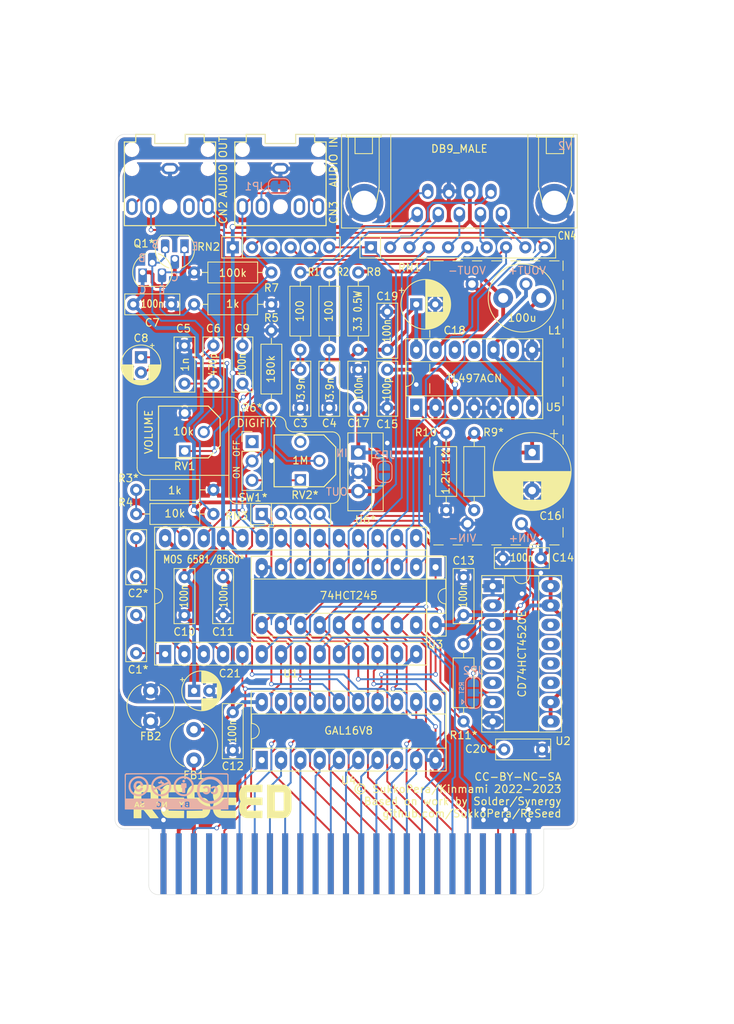
<source format=kicad_pcb>
(kicad_pcb (version 20171130) (host pcbnew 5.1.12)
  (title_block (title ReSeed) (date 2023-01-15) (rev 2git) (company SukkoPera) (comment 1 "Replica of Christian Schäffner (Solder)'s SID Card for the Commodore 16/+4") (comment 2 http://solder-synergy.de/plus4/hardware/index.html) (comment 3 "Licensed under CC BY-NC-SA 4.0"))
  (layers (0 F.Cu signal) (31 B.Cu signal) (36 B.SilkS user) (37 F.SilkS user) (38 B.Mask user) (39 F.Mask user) (44 Edge.Cuts user))
  (net 0 "")
  (net 1 "Net-(C1-Pad2)")
  (net 2 "Net-(C1-Pad1)")
  (net 3 "Net-(C2-Pad1)")
  (net 4 GND)
  (net 5 "Net-(C3-Pad1)")
  (net 6 "Net-(C6-Pad1)")
  (net 7 "Net-(C9-Pad1)")
  (net 8 +9V)
  (net 9 +5V)
  (net 10 "Net-(C15-Pad1)")
  (net 11 /mux)
  (net 12 /d7)
  (net 13 /d6)
  (net 14 /d4)
  (net 15 /d5)
  (net 16 /d3)
  (net 17 /d2)
  (net 18 /d1)
  (net 19 /d0)
  (net 20 /r_~w)
  (net 21 /ext_audio)
  (net 22 /phi2)
  (net 23 /~reset)
  (net 24 /a15)
  (net 25 /a14)
  (net 26 /a13)
  (net 27 /a12)
  (net 28 /a11)
  (net 29 /a10)
  (net 30 /a9)
  (net 31 /a8)
  (net 32 /a7)
  (net 33 /a6)
  (net 34 /a5)
  (net 35 /a4)
  (net 36 /a3)
  (net 37 /a2)
  (net 38 /a1)
  (net 39 /a0)
  (net 40 "Net-(CN4-Pad3)")
  (net 41 "Net-(CN4-Pad4)")
  (net 42 /poty)
  (net 43 "Net-(CN4-Pad2)")
  (net 44 "Net-(CN4-Pad1)")
  (net 45 "Net-(CN4-Pad6)")
  (net 46 /potx)
  (net 47 "Net-(L1-Pad1)")
  (net 48 "Net-(L1-Pad2)")
  (net 49 /~sid)
  (net 50 /~port)
  (net 51 "Net-(CN2-PadR)")
  (net 52 /audio_in)
  (net 53 /audio_out)
  (net 54 "Net-(RV2-Pad1)")
  (net 55 "Net-(C2-Pad2)")
  (net 56 "Net-(C4-Pad1)")
  (net 57 "Net-(C5-Pad1)")
  (net 58 "Net-(C8-Pad2)")
  (net 59 "Net-(R6-Pad2)")
  (net 60 "Net-(R10-Pad2)")
  (net 61 "Net-(CN3-PadTN)")
  (net 62 /sidclk)
  (net 63 "Net-(R11-Pad2)")
  (net 64 /reset)
  (net 65 "Net-(RN1-Pad4)")
  (net 66 "Net-(RN1-Pad6)")
  (net 67 "Net-(CN1-PadBB)")
  (net 68 "Net-(CN1-PadAA)")
  (net 69 "Net-(CN1-PadZ)")
  (net 70 "Net-(CN1-PadE)")
  (net 71 "Net-(CN1-PadD)")
  (net 72 "Net-(CN1-PadB)")
  (net 73 "Net-(CN1-Pad4)")
  (net 74 "Net-(CN1-Pad22)")
  (net 75 "Net-(CN1-Pad13)")
  (net 76 "Net-(CN1-Pad11)")
  (net 77 "Net-(CN1-Pad10)")
  (net 78 "Net-(CN1-Pad9)")
  (net 79 "Net-(CN1-Pad8)")
  (net 80 "Net-(CN1-Pad7)")
  (net 81 "Net-(CN1-Pad6)")
  (net 82 "Net-(CN2-PadRN)")
  (net 83 "Net-(CN3-PadRN)")
  (net 84 "Net-(RV2-Pad3)")
  (net 85 "Net-(U2-Pad11)")
  (net 86 "Net-(U2-Pad4)")
  (net 87 "Net-(U2-Pad12)")
  (net 88 "Net-(U2-Pad5)")
  (net 89 "Net-(U2-Pad13)")
  (net 90 "Net-(U2-Pad6)")
  (net 91 "Net-(U2-Pad14)")
  (net 92 "Net-(U4-Pad11)")
  (net 93 "Net-(U5-Pad12)")
  (net 94 "Net-(U5-Pad11)")
  (net 95 "Net-(U5-Pad9)")
  (net 96 "Net-(JP2-Pad2)")
  (net 97 GNDA)
  (net 98 "Net-(CN1-Pad2)")
  (net 99 +15V)
  (net 100 "Net-(SW1-Pad1)")
  (net 101 "Net-(RN1-Pad1)")
  (net 102 "Net-(RN1-Pad8)")
  (net 103 "Net-(RN1-Pad10)")
  (net 104 "Net-(RN3-Pad2)")
  (net 105 "Net-(RN3-Pad3)")
  (net 106 "Net-(RN3-Pad4)")
  (module ReSeed:ChineseUpstepperMT3608Style (layer F.Cu) (at 171.798 83.564 270)
    (fp_text reference U105 hide)
    (fp_text value STEPUP_MT3608)
    (pad 1 thru_hole circle (at -15.75 -4.05 270) (size 1.7 1.7) (drill 1) (layers *.Cu *.Mask) (net 99 +15V))
    (pad 3 thru_hole circle (at 15.75 -3.45 270) (size 1.7 1.7) (drill 1) (layers *.Cu *.Mask) (net 9 +5V))
    (pad 2 thru_hole circle (at -15.75 3.05 270) (size 1.7 1.7) (drill 1) (layers *.Cu *.Mask) (net 4 GND))
    (pad 4 thru_hole circle (at 15.75 3.65 315) (size 1.7 1.7) (drill 1) (layers *.Cu *.Mask) (net 4 GND))
  )
  (module Capacitor_THT:C_Disc_D7.0mm_W2.5mm_P5.00mm (layer F.Cu) (at 124.587 116.334 90)
    (fp_text reference C1 hide)
    (fp_text value 22n)
    (pad 2 thru_hole circle (at 5 0 90) (size 1.6 1.6) (drill 0.8) (layers *.Cu *.Mask) (net 1 "Net-(C1-Pad2)"))
    (pad 1 thru_hole circle (at 0 0 90) (size 1.6 1.6) (drill 0.8) (layers *.Cu *.Mask) (net 2 "Net-(C1-Pad1)"))
  )
  (module Package_DIP:DIP-16_W7.62mm_Socket_LongPads (layer F.Cu) (at 171.463 107.529)
    (fp_text reference U2 (at 9.258 20.36) (layer F.SilkS))
    (fp_text value CD74HCT4520E (at 3.8675 8.9 -90) (layer F.SilkS))
    (pad 1 thru_hole rect (at 0 0) (size 2.4 1.6) (drill 0.8) (layers *.Cu *.Mask) (net 4 GND))
    (pad 9 thru_hole oval (at 7.62 17.78) (size 2.4 1.6) (drill 0.8) (layers *.Cu *.Mask) (net 9 +5V))
    (pad 2 thru_hole oval (at 0 2.54) (size 2.4 1.6) (drill 0.8) (layers *.Cu *.Mask) (net 11 /mux))
    (pad 10 thru_hole oval (at 7.62 15.24) (size 2.4 1.6) (drill 0.8) (layers *.Cu *.Mask) (net 9 +5V))
    (pad 3 thru_hole oval (at 0 5.08) (size 2.4 1.6) (drill 0.8) (layers *.Cu *.Mask) (net 63 "Net-(R11-Pad2)"))
    (pad 11 thru_hole oval (at 7.62 12.7) (size 2.4 1.6) (drill 0.8) (layers *.Cu *.Mask) (net 85 "Net-(U2-Pad11)"))
    (pad 4 thru_hole oval (at 0 7.62) (size 2.4 1.6) (drill 0.8) (layers *.Cu *.Mask) (net 86 "Net-(U2-Pad4)"))
    (pad 12 thru_hole oval (at 7.62 10.16) (size 2.4 1.6) (drill 0.8) (layers *.Cu *.Mask) (net 87 "Net-(U2-Pad12)"))
    (pad 5 thru_hole oval (at 0 10.16) (size 2.4 1.6) (drill 0.8) (layers *.Cu *.Mask) (net 88 "Net-(U2-Pad5)"))
    (pad 13 thru_hole oval (at 7.62 7.62) (size 2.4 1.6) (drill 0.8) (layers *.Cu *.Mask) (net 89 "Net-(U2-Pad13)"))
    (pad 6 thru_hole oval (at 0 12.7) (size 2.4 1.6) (drill 0.8) (layers *.Cu *.Mask) (net 90 "Net-(U2-Pad6)"))
    (pad 14 thru_hole oval (at 7.62 5.08) (size 2.4 1.6) (drill 0.8) (layers *.Cu *.Mask) (net 91 "Net-(U2-Pad14)"))
    (pad 7 thru_hole oval (at 0 15.24) (size 2.4 1.6) (drill 0.8) (layers *.Cu *.Mask) (net 96 "Net-(JP2-Pad2)"))
    (pad 15 thru_hole oval (at 7.62 2.54) (size 2.4 1.6) (drill 0.8) (layers *.Cu *.Mask) (net 9 +5V))
    (pad 8 thru_hole oval (at 0 17.78) (size 2.4 1.6) (drill 0.8) (layers *.Cu *.Mask) (net 4 GND))
    (pad 16 thru_hole oval (at 7.62 0) (size 2.4 1.6) (drill 0.8) (layers *.Cu *.Mask) (net 9 +5V))
  )
  (module ReSeed:Pot_Bourns_3306P (layer F.Cu) (at 132.227 87.264 270)
    (fp_text reference RV1 (at 4.4935 1.27 180) (layer F.SilkS))
    (fp_text value 10k (at -0.0675 1.417 180) (layer F.SilkS))
    (pad 2 thru_hole circle (at 0 -1.25 270) (size 1.6 1.6) (drill 1) (layers *.Cu *.Mask) (net 51 "Net-(CN2-PadR)"))
    (pad 3 thru_hole circle (at -2.5 1.25 270) (size 1.6 1.6) (drill 1) (layers *.Cu *.Mask) (net 97 GNDA))
    (pad 1 thru_hole rect (at 2.5 1.25 270) (size 1.5 1.5) (drill 1) (layers *.Cu *.Mask) (net 58 "Net-(C8-Pad2)"))
  )
  (module ReSeed:Pot_Bourns_3306P (layer F.Cu) (at 147.427 91.059 270)
    (fp_text reference RV2 hide)
    (fp_text value 1M (at -0.0675 1.25 180) (layer F.SilkS))
    (pad 2 thru_hole circle (at 0 -1.25 270) (size 1.6 1.6) (drill 1) (layers *.Cu *.Mask) (net 59 "Net-(R6-Pad2)"))
    (pad 3 thru_hole circle (at -2.5 1.25 270) (size 1.6 1.6) (drill 1) (layers *.Cu *.Mask) (net 84 "Net-(RV2-Pad3)"))
    (pad 1 thru_hole rect (at 2.5 1.25 270) (size 1.5 1.5) (drill 1) (layers *.Cu *.Mask) (net 54 "Net-(RV2-Pad1)"))
  )
  (module ReSeed:DB_9M (layer F.Cu) (at 167.08374 50.038 180)
    (fp_text reference CN4 (at -14.14526 -11.43) (layer F.SilkS) (effects (font (size 1 0.8))))
    (fp_text value DB9_MALE (at 0 0) (layer F.SilkS))
    (pad 0 thru_hole circle (at 12.49426 -7.112 180) (size 5.00126 5.00126) (drill 3.2004) (layers *.Cu *.Mask) (net 4 GND))
    (pad 3 thru_hole oval (at 0 -8.382 180) (size 1.50114 1.99898) (drill 0.89916 (offset 0 -0.24892)) (layers *.Cu *.Mask) (net 40 "Net-(CN4-Pad3)"))
    (pad 4 thru_hole oval (at 2.77114 -8.382 180) (size 1.50114 1.99898) (drill 0.89916 (offset 0 -0.24892)) (layers *.Cu *.Mask) (net 41 "Net-(CN4-Pad4)"))
    (pad 5 thru_hole oval (at 5.53974 -8.382 180) (size 1.50114 1.99898) (drill 0.89916 (offset 0 -0.24892)) (layers *.Cu *.Mask) (net 42 /poty))
    (pad 2 thru_hole oval (at -2.77114 -8.382 180) (size 1.50114 1.99898) (drill 0.89916 (offset 0 -0.24892)) (layers *.Cu *.Mask) (net 43 "Net-(CN4-Pad2)"))
    (pad 1 thru_hole oval (at -5.53974 -8.382 180) (size 1.50114 1.99898) (drill 0.89916 (offset 0 -0.24892)) (layers *.Cu *.Mask) (net 44 "Net-(CN4-Pad1)"))
    (pad 6 thru_hole oval (at -4.15544 -5.842 180) (size 1.50114 1.99898) (drill 0.89916 (offset 0 0.24892)) (layers *.Cu *.Mask) (net 45 "Net-(CN4-Pad6)"))
    (pad 7 thru_hole oval (at -1.3843 -5.842 180) (size 1.50114 1.99898) (drill 0.89916 (offset 0 0.24892)) (layers *.Cu *.Mask) (net 9 +5V))
    (pad 8 thru_hole oval (at 1.3843 -5.842 180) (size 1.50114 1.99898) (drill 0.89916 (offset 0 0.24892)) (layers *.Cu *.Mask) (net 4 GND))
    (pad 9 thru_hole oval (at 4.15544 -5.842 180) (size 1.50114 1.99898) (drill 0.89916 (offset 0 0.24892)) (layers *.Cu *.Mask) (net 46 /potx))
    (pad 0 thru_hole circle (at -12.49426 -7.112 180) (size 5.00126 5.00126) (drill 3.2004) (layers *.Cu *.Mask) (net 4 GND))
  )
  (module ReSeed:C16_Cart_Conn (layer F.Cu) (at 152.177 144.018)
    (fp_text reference CN1 hide)
    (fp_text value EDGE_CONNECTOR hide)
    (pad CC smd rect (at 24 0) (size 0.8 8) (layers B.Cu) (net 4 GND))
    (pad BB smd rect (at 22 0) (size 0.8 8) (layers B.Cu) (net 67 "Net-(CN1-PadBB)"))
    (pad AA smd rect (at 20 0) (size 0.8 8) (layers B.Cu) (net 68 "Net-(CN1-PadAA)"))
    (pad Z smd rect (at 18 0) (size 0.8 8) (layers B.Cu) (net 69 "Net-(CN1-PadZ)"))
    (pad Y smd rect (at 16 0) (size 0.8 8) (layers B.Cu) (net 39 /a0))
    (pad X smd rect (at 14 0) (size 0.8 8) (layers B.Cu) (net 38 /a1))
    (pad W smd rect (at 12 0) (size 0.8 8) (layers B.Cu) (net 37 /a2))
    (pad V smd rect (at 10 0) (size 0.8 8) (layers B.Cu) (net 36 /a3))
    (pad U smd rect (at 8 0) (size 0.8 8) (layers B.Cu) (net 35 /a4))
    (pad T smd rect (at 6 0) (size 0.8 8) (layers B.Cu) (net 34 /a5))
    (pad S smd rect (at 4 0) (size 0.8 8) (layers B.Cu) (net 33 /a6))
    (pad R smd rect (at 2 0) (size 0.8 8) (layers B.Cu) (net 32 /a7))
    (pad P smd rect (at 0 0) (size 0.8 8) (layers B.Cu) (net 31 /a8))
    (pad N smd rect (at -2 0) (size 0.8 8) (layers B.Cu) (net 30 /a9))
    (pad M smd rect (at -4 0) (size 0.8 8) (layers B.Cu) (net 29 /a10))
    (pad L smd rect (at -6 0) (size 0.8 8) (layers B.Cu) (net 28 /a11))
    (pad K smd rect (at -8 0) (size 0.8 8) (layers B.Cu) (net 27 /a12))
    (pad J smd rect (at -10 0) (size 0.8 8) (layers B.Cu) (net 26 /a13))
    (pad H smd rect (at -12 0) (size 0.8 8) (layers B.Cu) (net 25 /a14))
    (pad F smd rect (at -14 0) (size 0.8 8) (layers B.Cu) (net 24 /a15))
    (pad E smd rect (at -16 0) (size 0.8 8) (layers B.Cu) (net 70 "Net-(CN1-PadE)"))
    (pad D smd rect (at -18 0) (size 0.8 8) (layers B.Cu) (net 71 "Net-(CN1-PadD)"))
    (pad C smd rect (at -20 0) (size 0.8 8) (layers B.Cu) (net 23 /~reset))
    (pad A smd rect (at -24 0) (size 0.8 8) (layers B.Cu) (net 4 GND))
    (pad B smd rect (at -22 0) (size 0.8 8) (layers B.Cu) (net 72 "Net-(CN1-PadB)"))
    (pad 24 smd rect (at 22 0) (size 0.8 8) (layers F.Cu) (net 22 /phi2))
    (pad 23 smd rect (at 20 0) (size 0.8 8) (layers F.Cu) (net 21 /ext_audio))
    (pad 5 smd rect (at -16 0) (size 0.8 8) (layers F.Cu) (net 20 /r_~w))
    (pad 4 smd rect (at -18 0) (size 0.8 8) (layers F.Cu) (net 73 "Net-(CN1-Pad4)"))
    (pad 1 smd rect (at -24 0) (size 0.8 8) (layers F.Cu) (net 4 GND))
    (pad 22 smd rect (at 18 0) (size 0.8 8) (layers F.Cu) (net 74 "Net-(CN1-Pad22)"))
    (pad 25 smd rect (at 24 0) (size 0.8 8) (layers F.Cu) (net 4 GND))
    (pad 21 smd rect (at 16 0) (size 0.8 8) (layers F.Cu) (net 19 /d0))
    (pad 20 smd rect (at 14 0) (size 0.8 8) (layers F.Cu) (net 18 /d1))
    (pad 19 smd rect (at 12 0) (size 0.8 8) (layers F.Cu) (net 17 /d2))
    (pad 18 smd rect (at 10 0) (size 0.8 8) (layers F.Cu) (net 16 /d3))
    (pad 16 smd rect (at 6 0) (size 0.8 8) (layers F.Cu) (net 15 /d5))
    (pad 17 smd rect (at 8 0) (size 0.8 8) (layers F.Cu) (net 14 /d4))
    (pad 15 smd rect (at 4 0) (size 0.8 8) (layers F.Cu) (net 13 /d6))
    (pad 14 smd rect (at 2 0) (size 0.8 8) (layers F.Cu) (net 12 /d7))
    (pad 13 smd rect (at 0 0) (size 0.8 8) (layers F.Cu) (net 75 "Net-(CN1-Pad13)"))
    (pad 2 smd rect (at -22 0) (size 0.8 8) (layers F.Cu) (net 98 "Net-(CN1-Pad2)"))
    (pad 12 smd rect (at -2 0) (size 0.8 8) (layers F.Cu) (net 11 /mux))
    (pad 11 smd rect (at -4 0) (size 0.8 8) (layers F.Cu) (net 76 "Net-(CN1-Pad11)"))
    (pad 10 smd rect (at -6 0) (size 0.8 8) (layers F.Cu) (net 77 "Net-(CN1-Pad10)"))
    (pad 9 smd rect (at -8 0) (size 0.8 8) (layers F.Cu) (net 78 "Net-(CN1-Pad9)"))
    (pad 8 smd rect (at -10 0) (size 0.8 8) (layers F.Cu) (net 79 "Net-(CN1-Pad8)"))
    (pad 7 smd rect (at -12 0) (size 0.8 8) (layers F.Cu) (net 80 "Net-(CN1-Pad7)"))
    (pad 3 smd rect (at -20 0) (size 0.8 8) (layers F.Cu) (net 98 "Net-(CN1-Pad2)"))
    (pad 6 smd rect (at -14 0) (size 0.8 8) (layers F.Cu) (net 81 "Net-(CN1-Pad6)"))
  )
  (module Capacitor_THT:C_Disc_D7.0mm_W2.5mm_P5.00mm (layer F.Cu) (at 130.937 80.899 90)
    (fp_text reference C5 (at 7.239 -0.127 180) (layer F.SilkS))
    (fp_text value 1n (at 2.5 0.0675 90) (layer F.SilkS))
    (pad 2 thru_hole circle (at 5 0 90) (size 1.6 1.6) (drill 0.8) (layers *.Cu *.Mask) (net 97 GNDA))
    (pad 1 thru_hole circle (at 0 0 90) (size 1.6 1.6) (drill 0.8) (layers *.Cu *.Mask) (net 57 "Net-(C5-Pad1)"))
  )
  (module Capacitor_THT:C_Disc_D7.0mm_W2.5mm_P5.00mm (layer F.Cu) (at 134.747 75.899 270)
    (fp_text reference C6 (at -2.239 0 180) (layer F.SilkS))
    (fp_text value 470p (at 2.500001 0.0675 90) (layer F.SilkS) (effects (font (size 1 0.8))))
    (pad 2 thru_hole circle (at 5 0 270) (size 1.6 1.6) (drill 0.8) (layers *.Cu *.Mask) (net 57 "Net-(C5-Pad1)"))
    (pad 1 thru_hole circle (at 0 0 270) (size 1.6 1.6) (drill 0.8) (layers *.Cu *.Mask) (net 6 "Net-(C6-Pad1)"))
  )
  (module Capacitor_THT:C_Disc_D7.0mm_W2.5mm_P5.00mm (layer F.Cu) (at 124.587 106.219 90)
    (fp_text reference C2 hide)
    (fp_text value 22n)
    (pad 2 thru_hole circle (at 5 0 90) (size 1.6 1.6) (drill 0.8) (layers *.Cu *.Mask) (net 55 "Net-(C2-Pad2)"))
    (pad 1 thru_hole circle (at 0 0 90) (size 1.6 1.6) (drill 0.8) (layers *.Cu *.Mask) (net 3 "Net-(C2-Pad1)"))
  )
  (module Capacitor_THT:C_Disc_D7.0mm_W2.5mm_P5.00mm (layer F.Cu) (at 146.177 79.074 270)
    (fp_text reference C3 (at 7.032 0 180) (layer F.SilkS))
    (fp_text value 3.9n (at 2.5 -0.0675 90) (layer F.SilkS) (effects (font (size 1 0.9))))
    (pad 1 thru_hole circle (at 0 0 270) (size 1.6 1.6) (drill 0.8) (layers *.Cu *.Mask) (net 5 "Net-(C3-Pad1)"))
    (pad 2 thru_hole circle (at 5 0 270) (size 1.6 1.6) (drill 0.8) (layers *.Cu *.Mask) (net 97 GNDA))
  )
  (module Capacitor_THT:C_Disc_D7.0mm_W2.5mm_P5.00mm (layer F.Cu) (at 149.987 79.074 270)
    (fp_text reference C4 (at 7.032 0 180) (layer F.SilkS))
    (fp_text value 3.9n (at 2.5 -0.0675 90) (layer F.SilkS) (effects (font (size 1 0.9))))
    (pad 1 thru_hole circle (at 0 0 270) (size 1.6 1.6) (drill 0.8) (layers *.Cu *.Mask) (net 56 "Net-(C4-Pad1)"))
    (pad 2 thru_hole circle (at 5 0 270) (size 1.6 1.6) (drill 0.8) (layers *.Cu *.Mask) (net 97 GNDA))
  )
  (module Capacitor_THT:C_Disc_D7.0mm_W2.5mm_P5.00mm (layer F.Cu) (at 138.557 75.899 270)
    (fp_text reference C9 (at -2.239 0 180) (layer F.SilkS))
    (fp_text value 100n (at 2.5 0.0675 90) (layer F.SilkS) (effects (font (size 1 0.8))))
    (pad 1 thru_hole circle (at 0 0 270) (size 1.6 1.6) (drill 0.8) (layers *.Cu *.Mask) (net 7 "Net-(C9-Pad1)"))
    (pad 2 thru_hole circle (at 5 0 270) (size 1.6 1.6) (drill 0.8) (layers *.Cu *.Mask) (net 52 /audio_in))
  )
  (module Capacitor_THT:C_Disc_D7.0mm_W2.5mm_P5.00mm (layer F.Cu) (at 153.797 84.074 90)
    (fp_text reference C17 (at -2.032 0 180) (layer F.SilkS))
    (fp_text value 100n (at 2.5 0.0675 90) (layer F.SilkS) (effects (font (size 1 0.8))))
    (pad 2 thru_hole circle (at 5 0 90) (size 1.6 1.6) (drill 0.8) (layers *.Cu *.Mask) (net 4 GND))
    (pad 1 thru_hole circle (at 0 0 90) (size 1.6 1.6) (drill 0.8) (layers *.Cu *.Mask) (net 99 +15V))
  )
  (module Capacitor_THT:C_Disc_D7.0mm_W2.5mm_P5.00mm (layer F.Cu) (at 136.017 106.334 270)
    (fp_text reference C11 (at 7.194 0 180) (layer F.SilkS))
    (fp_text value 100n (at 2.5 -0.0675 90) (layer F.SilkS) (effects (font (size 1 0.8))))
    (pad 2 thru_hole circle (at 5 0 315) (size 1.6 1.6) (drill 0.8) (layers *.Cu *.Mask) (net 97 GNDA))
    (pad 1 thru_hole circle (at 0 0 270) (size 1.6 1.6) (drill 0.8) (layers *.Cu *.Mask) (net 9 +5V))
  )
  (module Capacitor_THT:C_Disc_D7.0mm_W2.5mm_P5.00mm (layer F.Cu) (at 137.287 124.089 270)
    (fp_text reference C12 (at 7.102 0 180) (layer F.SilkS))
    (fp_text value 100n (at 2.5 0.0675 90) (layer F.SilkS) (effects (font (size 1 0.8))))
    (pad 1 thru_hole circle (at 0 0 270) (size 1.6 1.6) (drill 0.8) (layers *.Cu *.Mask) (net 9 +5V))
    (pad 2 thru_hole circle (at 5 0 270) (size 1.6 1.6) (drill 0.8) (layers *.Cu *.Mask) (net 4 GND))
  )
  (module Capacitor_THT:C_Disc_D7.0mm_W2.5mm_P5.00mm (layer F.Cu) (at 167.64 111.334 90)
    (fp_text reference C13 (at 7.159 0 180) (layer F.SilkS))
    (fp_text value 100n (at 2.5 -0.0675 90) (layer F.SilkS) (effects (font (size 1 0.8))))
    (pad 2 thru_hole circle (at 5 0 90) (size 1.6 1.6) (drill 0.8) (layers *.Cu *.Mask) (net 4 GND))
    (pad 1 thru_hole circle (at 0 0 90) (size 1.6 1.6) (drill 0.8) (layers *.Cu *.Mask) (net 9 +5V))
  )
  (module Capacitor_THT:C_Disc_D7.0mm_W2.5mm_P5.00mm (layer F.Cu) (at 177.8 103.846 180)
    (fp_text reference C14 (at -2.921 0.0675) (layer F.SilkS))
    (fp_text value 100n (at 2.5 0.0675) (layer F.SilkS) (effects (font (size 1 0.8))))
    (pad 2 thru_hole circle (at 5 0 225) (size 1.6 1.6) (drill 0.8) (layers *.Cu *.Mask) (net 4 GND))
    (pad 1 thru_hole circle (at 0 0 180) (size 1.6 1.6) (drill 0.8) (layers *.Cu *.Mask) (net 9 +5V))
  )
  (module Capacitor_THT:C_Disc_D7.0mm_W2.5mm_P5.00mm (layer F.Cu) (at 157.607 79.074 270)
    (fp_text reference C15 (at 7.159 0 180) (layer F.SilkS))
    (fp_text value 100p (at 2.5235 0.0675 90) (layer F.SilkS) (effects (font (size 1 0.8))))
    (pad 2 thru_hole circle (at 5 0 315) (size 1.6 1.6) (drill 0.8) (layers *.Cu *.Mask) (net 4 GND))
    (pad 1 thru_hole circle (at 0 0 270) (size 1.6 1.6) (drill 0.8) (layers *.Cu *.Mask) (net 10 "Net-(C15-Pad1)"))
  )
  (module Resistor_THT:R_Axial_DIN0207_L6.3mm_D2.5mm_P10.16mm_Horizontal (layer F.Cu) (at 134.747 98.044 180)
    (fp_text reference R4 (at 11.557 1.524) (layer F.SilkS))
    (fp_text value 10k (at 5.08 0.0675) (layer F.SilkS))
    (pad 1 thru_hole circle (at 0 0 180) (size 1.6 1.6) (drill 0.8) (layers *.Cu *.Mask) (net 57 "Net-(C5-Pad1)"))
    (pad 2 thru_hole oval (at 10.16 0 180) (size 1.6 1.6) (drill 0.8) (layers *.Cu *.Mask) (net 53 /audio_out))
  )
  (module Resistor_THT:R_Axial_DIN0207_L6.3mm_D2.5mm_P10.16mm_Horizontal (layer F.Cu) (at 146.177 66.294 270)
    (fp_text reference R1 (at -0.0675 -1.778 180) (layer F.SilkS) (effects (font (size 1 0.8))))
    (fp_text value 100 (at 5.080001 0.0675 90) (layer F.SilkS))
    (pad 2 thru_hole oval (at 10.16 0 270) (size 1.6 1.6) (drill 0.8) (layers *.Cu *.Mask) (net 5 "Net-(C3-Pad1)"))
    (pad 1 thru_hole circle (at 0 0 270) (size 1.6 1.6) (drill 0.8) (layers *.Cu *.Mask) (net 46 /potx))
  )
  (module Resistor_THT:R_Axial_DIN0207_L6.3mm_D2.5mm_P10.16mm_Horizontal (layer F.Cu) (at 149.987 66.294 270)
    (fp_text reference R2 (at -0.0675 -1.778 180) (layer F.SilkS) (effects (font (size 1 0.8))))
    (fp_text value 100 (at 5.080001 0.0675 90) (layer F.SilkS))
    (pad 1 thru_hole circle (at 0 0 270) (size 1.6 1.6) (drill 0.8) (layers *.Cu *.Mask) (net 42 /poty))
    (pad 2 thru_hole oval (at 10.16 0 270) (size 1.6 1.6) (drill 0.8) (layers *.Cu *.Mask) (net 56 "Net-(C4-Pad1)"))
  )
  (module Resistor_THT:R_Axial_DIN0207_L6.3mm_D2.5mm_P10.16mm_Horizontal (layer F.Cu) (at 142.367 70.485 180)
    (fp_text reference R5 (at 0 -1.778) (layer F.SilkS))
    (fp_text value 1k (at 5.08 0.0675) (layer F.SilkS))
    (pad 1 thru_hole circle (at 0 0 180) (size 1.6 1.6) (drill 0.8) (layers *.Cu *.Mask) (net 97 GNDA))
    (pad 2 thru_hole oval (at 10.16 0 180) (size 1.6 1.6) (drill 0.8) (layers *.Cu *.Mask) (net 6 "Net-(C6-Pad1)"))
  )
  (module Resistor_THT:R_Axial_DIN0207_L6.3mm_D2.5mm_P10.16mm_Horizontal (layer F.Cu) (at 142.367 73.914 270)
    (fp_text reference R6 hide)
    (fp_text value 180k (at 5.08 0.0675 90) (layer F.SilkS))
    (pad 1 thru_hole circle (at 0 0 315) (size 1.6 1.6) (drill 0.8) (layers *.Cu *.Mask) (net 97 GNDA))
    (pad 2 thru_hole oval (at 10.16 0 270) (size 1.6 1.6) (drill 0.8) (layers *.Cu *.Mask) (net 59 "Net-(R6-Pad2)"))
  )
  (module Resistor_THT:R_Axial_DIN0207_L6.3mm_D2.5mm_P10.16mm_Horizontal (layer F.Cu) (at 132.207 66.294)
    (fp_text reference R7 (at 10.16 2.032) (layer F.SilkS))
    (fp_text value 100k (at 5.08 0.0675) (layer F.SilkS))
    (pad 2 thru_hole oval (at 10.16 0) (size 1.6 1.6) (drill 0.8) (layers *.Cu *.Mask) (net 7 "Net-(C9-Pad1)"))
    (pad 1 thru_hole circle (at 0 0) (size 1.6 1.6) (drill 0.8) (layers *.Cu *.Mask) (net 97 GNDA))
  )
  (module Resistor_THT:R_Axial_DIN0207_L6.3mm_D2.5mm_P10.16mm_Horizontal (layer F.Cu) (at 153.797 76.454 90)
    (fp_text reference R8 (at 10.2275 2.032 180) (layer F.SilkS))
    (fp_text value "3.3 1%/0.5W")
    (pad 2 thru_hole oval (at 10.16 0 90) (size 1.6 1.6) (drill 0.8) (layers *.Cu *.Mask) (net 48 "Net-(L1-Pad2)"))
    (pad 1 thru_hole circle (at 0 0 90) (size 1.6 1.6) (drill 0.8) (layers *.Cu *.Mask) (net 9 +5V))
  )
  (module Resistor_THT:R_Axial_DIN0207_L6.3mm_D2.5mm_P10.16mm_Horizontal (layer F.Cu) (at 169.037 97.536 90)
    (fp_text reference R9 hide)
    (fp_text value "12.7k 1%")
    (pad 1 thru_hole circle (at 0 0 90) (size 1.6 1.6) (drill 0.8) (layers *.Cu *.Mask) (net 60 "Net-(R10-Pad2)"))
    (pad 2 thru_hole oval (at 10.16 0 90) (size 1.6 1.6) (drill 0.8) (layers *.Cu *.Mask) (net 99 +15V))
  )
  (module Resistor_THT:R_Axial_DIN0207_L6.3mm_D2.5mm_P10.16mm_Horizontal (layer F.Cu) (at 165.354 97.536 90)
    (fp_text reference R10 (at 10.2275 -2.667 180) (layer F.SilkS))
    (fp_text value "1.2k 1%" (at 5.079999 -0.0675 90) (layer F.SilkS))
    (pad 1 thru_hole circle (at 0 0 90) (size 1.6 1.6) (drill 0.8) (layers *.Cu *.Mask) (net 4 GND))
    (pad 2 thru_hole oval (at 10.16 0 90) (size 1.6 1.6) (drill 0.8) (layers *.Cu *.Mask) (net 60 "Net-(R10-Pad2)"))
  )
  (module Package_DIP:DIP-28_W15.24mm_Socket_LongPads (layer F.Cu) (at 128.397 116.459 90)
    (fp_text reference U1 (at -2.54 16.525 180) (layer F.SilkS))
    (fp_text value MOS_8580)
    (pad 28 thru_hole oval (at 15.24 0 90) (size 2.4 1.6) (drill 0.8) (layers *.Cu *.Mask) (net 8 +9V))
    (pad 14 thru_hole oval (at 0 33.02 90) (size 2.4 1.6) (drill 0.8) (layers *.Cu *.Mask) (net 97 GNDA))
    (pad 27 thru_hole oval (at 15.24 2.54 90) (size 2.4 1.6) (drill 0.8) (layers *.Cu *.Mask) (net 53 /audio_out))
    (pad 13 thru_hole oval (at 0 30.48 90) (size 2.4 1.6) (drill 0.8) (layers *.Cu *.Mask) (net 35 /a4))
    (pad 26 thru_hole oval (at 15.24 5.08 90) (size 2.4 1.6) (drill 0.8) (layers *.Cu *.Mask) (net 52 /audio_in))
    (pad 12 thru_hole oval (at 0 27.94 90) (size 2.4 1.6) (drill 0.8) (layers *.Cu *.Mask) (net 36 /a3))
    (pad 25 thru_hole oval (at 15.24 7.62 90) (size 2.4 1.6) (drill 0.8) (layers *.Cu *.Mask) (net 9 +5V))
    (pad 11 thru_hole oval (at 0 25.4 90) (size 2.4 1.6) (drill 0.8) (layers *.Cu *.Mask) (net 37 /a2))
    (pad 24 thru_hole oval (at 15.24 10.16 90) (size 2.4 1.6) (drill 0.8) (layers *.Cu *.Mask) (net 5 "Net-(C3-Pad1)"))
    (pad 10 thru_hole oval (at 0 22.86 90) (size 2.4 1.6) (drill 0.8) (layers *.Cu *.Mask) (net 38 /a1))
    (pad 23 thru_hole oval (at 15.24 12.7 90) (size 2.4 1.6) (drill 0.8) (layers *.Cu *.Mask) (net 56 "Net-(C4-Pad1)"))
    (pad 9 thru_hole oval (at 0 20.32 90) (size 2.4 1.6) (drill 0.8) (layers *.Cu *.Mask) (net 39 /a0))
    (pad 22 thru_hole oval (at 15.24 15.24 90) (size 2.4 1.6) (drill 0.8) (layers *.Cu *.Mask) (net 12 /d7))
    (pad 8 thru_hole oval (at 0 17.78 90) (size 2.4 1.6) (drill 0.8) (layers *.Cu *.Mask) (net 49 /~sid))
    (pad 21 thru_hole oval (at 15.24 17.78 90) (size 2.4 1.6) (drill 0.8) (layers *.Cu *.Mask) (net 13 /d6))
    (pad 7 thru_hole oval (at 0 15.24 90) (size 2.4 1.6) (drill 0.8) (layers *.Cu *.Mask) (net 20 /r_~w))
    (pad 20 thru_hole oval (at 15.24 20.32 90) (size 2.4 1.6) (drill 0.8) (layers *.Cu *.Mask) (net 15 /d5))
    (pad 6 thru_hole oval (at 0 12.7 90) (size 2.4 1.6) (drill 0.8) (layers *.Cu *.Mask) (net 62 /sidclk))
    (pad 19 thru_hole oval (at 15.24 22.86 90) (size 2.4 1.6) (drill 0.8) (layers *.Cu *.Mask) (net 14 /d4))
    (pad 5 thru_hole oval (at 0 10.16 90) (size 2.4 1.6) (drill 0.8) (layers *.Cu *.Mask) (net 23 /~reset))
    (pad 18 thru_hole oval (at 15.24 25.4 90) (size 2.4 1.6) (drill 0.8) (layers *.Cu *.Mask) (net 16 /d3))
    (pad 4 thru_hole oval (at 0 7.62 90) (size 2.4 1.6) (drill 0.8) (layers *.Cu *.Mask) (net 55 "Net-(C2-Pad2)"))
    (pad 17 thru_hole oval (at 15.24 27.94 90) (size 2.4 1.6) (drill 0.8) (layers *.Cu *.Mask) (net 17 /d2))
    (pad 3 thru_hole oval (at 0 5.08 90) (size 2.4 1.6) (drill 0.8) (layers *.Cu *.Mask) (net 3 "Net-(C2-Pad1)"))
    (pad 16 thru_hole oval (at 15.24 30.48 90) (size 2.4 1.6) (drill 0.8) (layers *.Cu *.Mask) (net 18 /d1))
    (pad 2 thru_hole oval (at 0 2.54 90) (size 2.4 1.6) (drill 0.8) (layers *.Cu *.Mask) (net 1 "Net-(C1-Pad2)"))
    (pad 15 thru_hole oval (at 15.24 33.02 90) (size 2.4 1.6) (drill 0.8) (layers *.Cu *.Mask) (net 19 /d0))
    (pad 1 thru_hole rect (at 0 0 90) (size 2.4 1.6) (drill 0.8) (layers *.Cu *.Mask) (net 2 "Net-(C1-Pad1)"))
  )
  (module Package_DIP:DIP-20_W7.62mm_Socket_LongPads (layer F.Cu) (at 163.957 105.034 270)
    (fp_text reference U3 (at 10.155 0 180) (layer F.SilkS))
    (fp_text value 74HCT245 (at 3.7325 11.425 180) (layer F.SilkS))
    (pad 1 thru_hole rect (at 0 0 270) (size 2.4 1.6) (drill 0.8) (layers *.Cu *.Mask) (net 20 /r_~w))
    (pad 11 thru_hole oval (at 7.62 22.86 270) (size 2.4 1.6) (drill 0.8) (layers *.Cu *.Mask) (net 12 /d7))
    (pad 2 thru_hole oval (at 0 2.54 270) (size 2.4 1.6) (drill 0.8) (layers *.Cu *.Mask) (net 103 "Net-(RN1-Pad10)"))
    (pad 12 thru_hole oval (at 7.62 20.32 270) (size 2.4 1.6) (drill 0.8) (layers *.Cu *.Mask) (net 13 /d6))
    (pad 3 thru_hole oval (at 0 5.08 270) (size 2.4 1.6) (drill 0.8) (layers *.Cu *.Mask) (net 102 "Net-(RN1-Pad8)"))
    (pad 13 thru_hole oval (at 7.62 17.78 270) (size 2.4 1.6) (drill 0.8) (layers *.Cu *.Mask) (net 15 /d5))
    (pad 4 thru_hole oval (at 0 7.62 270) (size 2.4 1.6) (drill 0.8) (layers *.Cu *.Mask) (net 66 "Net-(RN1-Pad6)"))
    (pad 14 thru_hole oval (at 7.62 15.24 270) (size 2.4 1.6) (drill 0.8) (layers *.Cu *.Mask) (net 14 /d4))
    (pad 5 thru_hole oval (at 0 10.16 270) (size 2.4 1.6) (drill 0.8) (layers *.Cu *.Mask) (net 65 "Net-(RN1-Pad4)"))
    (pad 15 thru_hole oval (at 7.62 12.7 270) (size 2.4 1.6) (drill 0.8) (layers *.Cu *.Mask) (net 16 /d3))
    (pad 6 thru_hole oval (at 0 12.7 270) (size 2.4 1.6) (drill 0.8) (layers *.Cu *.Mask) (net 101 "Net-(RN1-Pad1)"))
    (pad 16 thru_hole oval (at 7.62 10.16 270) (size 2.4 1.6) (drill 0.8) (layers *.Cu *.Mask) (net 17 /d2))
    (pad 7 thru_hole oval (at 0 15.24 270) (size 2.4 1.6) (drill 0.8) (layers *.Cu *.Mask) (net 106 "Net-(RN3-Pad4)"))
    (pad 17 thru_hole oval (at 7.62 7.62 270) (size 2.4 1.6) (drill 0.8) (layers *.Cu *.Mask) (net 18 /d1))
    (pad 8 thru_hole oval (at 0 17.78 270) (size 2.4 1.6) (drill 0.8) (layers *.Cu *.Mask) (net 105 "Net-(RN3-Pad3)"))
    (pad 18 thru_hole oval (at 7.62 5.08 270) (size 2.4 1.6) (drill 0.8) (layers *.Cu *.Mask) (net 19 /d0))
    (pad 9 thru_hole oval (at 0 20.32 270) (size 2.4 1.6) (drill 0.8) (layers *.Cu *.Mask) (net 104 "Net-(RN3-Pad2)"))
    (pad 19 thru_hole oval (at 7.62 2.54 270) (size 2.4 1.6) (drill 0.8) (layers *.Cu *.Mask) (net 50 /~port))
    (pad 10 thru_hole oval (at 0 22.86 270) (size 2.4 1.6) (drill 0.8) (layers *.Cu *.Mask) (net 4 GND))
    (pad 20 thru_hole oval (at 7.62 0 270) (size 2.4 1.6) (drill 0.8) (layers *.Cu *.Mask) (net 9 +5V))
  )
  (module Package_DIP:DIP-20_W7.62mm_Socket_LongPads (layer F.Cu) (at 141.097 130.389 90)
    (fp_text reference U4 (at -2.667 11.425 180) (layer F.SilkS))
    (fp_text value GAL16V8 (at 3.8675 11.425 180) (layer F.SilkS))
    (pad 20 thru_hole oval (at 7.62 0 90) (size 2.4 1.6) (drill 0.8) (layers *.Cu *.Mask) (net 9 +5V))
    (pad 10 thru_hole oval (at 0 22.86 90) (size 2.4 1.6) (drill 0.8) (layers *.Cu *.Mask) (net 4 GND))
    (pad 19 thru_hole oval (at 7.62 2.54 90) (size 2.4 1.6) (drill 0.8) (layers *.Cu *.Mask) (net 25 /a14))
    (pad 9 thru_hole oval (at 0 20.32 90) (size 2.4 1.6) (drill 0.8) (layers *.Cu *.Mask) (net 35 /a4))
    (pad 18 thru_hole oval (at 7.62 5.08 90) (size 2.4 1.6) (drill 0.8) (layers *.Cu *.Mask) (net 27 /a12))
    (pad 8 thru_hole oval (at 0 17.78 90) (size 2.4 1.6) (drill 0.8) (layers *.Cu *.Mask) (net 33 /a6))
    (pad 17 thru_hole oval (at 7.62 7.62 90) (size 2.4 1.6) (drill 0.8) (layers *.Cu *.Mask) (net 23 /~reset))
    (pad 7 thru_hole oval (at 0 15.24 90) (size 2.4 1.6) (drill 0.8) (layers *.Cu *.Mask) (net 32 /a7))
    (pad 16 thru_hole oval (at 7.62 10.16 90) (size 2.4 1.6) (drill 0.8) (layers *.Cu *.Mask) (net 64 /reset))
    (pad 6 thru_hole oval (at 0 12.7 90) (size 2.4 1.6) (drill 0.8) (layers *.Cu *.Mask) (net 31 /a8))
    (pad 15 thru_hole oval (at 7.62 12.7 90) (size 2.4 1.6) (drill 0.8) (layers *.Cu *.Mask) (net 49 /~sid))
    (pad 5 thru_hole oval (at 0 10.16 90) (size 2.4 1.6) (drill 0.8) (layers *.Cu *.Mask) (net 30 /a9))
    (pad 14 thru_hole oval (at 7.62 15.24 90) (size 2.4 1.6) (drill 0.8) (layers *.Cu *.Mask) (net 50 /~port))
    (pad 4 thru_hole oval (at 0 7.62 90) (size 2.4 1.6) (drill 0.8) (layers *.Cu *.Mask) (net 29 /a10))
    (pad 13 thru_hole oval (at 7.62 17.78 90) (size 2.4 1.6) (drill 0.8) (layers *.Cu *.Mask) (net 22 /phi2))
    (pad 3 thru_hole oval (at 0 5.08 90) (size 2.4 1.6) (drill 0.8) (layers *.Cu *.Mask) (net 28 /a11))
    (pad 12 thru_hole oval (at 7.62 20.32 90) (size 2.4 1.6) (drill 0.8) (layers *.Cu *.Mask) (net 34 /a5))
    (pad 2 thru_hole oval (at 0 2.54 90) (size 2.4 1.6) (drill 0.8) (layers *.Cu *.Mask) (net 26 /a13))
    (pad 11 thru_hole oval (at 7.62 22.86 90) (size 2.4 1.6) (drill 0.8) (layers *.Cu *.Mask) (net 92 "Net-(U4-Pad11)"))
    (pad 1 thru_hole rect (at 0 0 90) (size 2.4 1.6) (drill 0.8) (layers *.Cu *.Mask) (net 24 /a15))
  )
  (module Package_DIP:DIP-14_W7.62mm_Socket_LongPads (layer F.Cu) (at 161.417 84.074 90)
    (fp_text reference U5 (at 0.0675 18.034 180) (layer F.SilkS))
    (fp_text value TL497ACN (at 3.8675 7.625 180) (layer F.SilkS))
    (pad 14 thru_hole oval (at 7.62 0 90) (size 2.4 1.6) (drill 0.8) (layers *.Cu *.Mask) (net 9 +5V))
    (pad 7 thru_hole oval (at 0 15.24 90) (size 2.4 1.6) (drill 0.8) (layers *.Cu *.Mask) (net 47 "Net-(L1-Pad1)"))
    (pad 13 thru_hole oval (at 7.62 2.54 90) (size 2.4 1.6) (drill 0.8) (layers *.Cu *.Mask) (net 48 "Net-(L1-Pad2)"))
    (pad 6 thru_hole oval (at 0 12.7 90) (size 2.4 1.6) (drill 0.8) (layers *.Cu *.Mask) (net 99 +15V))
    (pad 12 thru_hole oval (at 7.62 5.08 90) (size 2.4 1.6) (drill 0.8) (layers *.Cu *.Mask) (net 93 "Net-(U5-Pad12)"))
    (pad 5 thru_hole oval (at 0 10.16 90) (size 2.4 1.6) (drill 0.8) (layers *.Cu *.Mask) (net 4 GND))
    (pad 11 thru_hole oval (at 7.62 7.62 90) (size 2.4 1.6) (drill 0.8) (layers *.Cu *.Mask) (net 94 "Net-(U5-Pad11)"))
    (pad 4 thru_hole oval (at 0 7.62 90) (size 2.4 1.6) (drill 0.8) (layers *.Cu *.Mask) (net 4 GND))
    (pad 10 thru_hole oval (at 7.62 10.16 90) (size 2.4 1.6) (drill 0.8) (layers *.Cu *.Mask) (net 47 "Net-(L1-Pad1)"))
    (pad 3 thru_hole oval (at 0 5.08 90) (size 2.4 1.6) (drill 0.8) (layers *.Cu *.Mask) (net 10 "Net-(C15-Pad1)"))
    (pad 9 thru_hole oval (at 7.62 12.7 90) (size 2.4 1.6) (drill 0.8) (layers *.Cu *.Mask) (net 95 "Net-(U5-Pad9)"))
    (pad 2 thru_hole oval (at 0 2.54 90) (size 2.4 1.6) (drill 0.8) (layers *.Cu *.Mask) (net 4 GND))
    (pad 8 thru_hole oval (at 7.62 15.24 90) (size 2.4 1.6) (drill 0.8) (layers *.Cu *.Mask) (net 4 GND))
    (pad 1 thru_hole rect (at 0 0 90) (size 2.4 1.6) (drill 0.8) (layers *.Cu *.Mask) (net 60 "Net-(R10-Pad2)"))
  )
  (module Package_TO_SOT_THT:TO-92_HandSolder (layer F.Cu) (at 125.436 66.275)
    (fp_text reference Q1 hide)
    (fp_text value BC549C)
    (pad 1 thru_hole rect (at 0 0) (size 1.1 1.8) (drill 0.75 (offset 0 0.4)) (layers *.Cu *.Mask) (net 8 +9V))
    (pad 3 thru_hole roundrect (at 2.54 0) (size 1.1 1.8) (drill 0.75 (offset 0 0.4)) (layers *.Cu *.Mask) (net 6 "Net-(C6-Pad1)"))
    (pad 2 thru_hole roundrect (at 1.27 -1.27) (size 1.1 1.8) (drill 0.75 (offset 0 -0.4)) (layers *.Cu *.Mask) (net 57 "Net-(C5-Pad1)"))
  )
  (module Capacitor_THT:CP_Radial_D5.0mm_P2.00mm (layer F.Cu) (at 125.222 77.443888 270)
    (fp_text reference C8 (at -2.513888 0 180) (layer F.SilkS))
    (fp_text value 10u)
    (pad 1 thru_hole rect (at 0 0 270) (size 1.6 1.6) (drill 0.8) (layers *.Cu *.Mask) (net 6 "Net-(C6-Pad1)"))
    (pad 2 thru_hole circle (at 2 0 270) (size 1.6 1.6) (drill 0.8) (layers *.Cu *.Mask) (net 58 "Net-(C8-Pad2)"))
  )
  (module Inductor_THT:L_Radial_D8.7mm_P5.00mm_Fastron_07HCP (layer F.Cu) (at 177.847 69.65 180)
    (fp_text reference L1 (at -1.764 -4.264) (layer F.SilkS))
    (fp_text value 100u (at 2.5 -2.613) (layer F.SilkS))
    (pad 1 thru_hole circle (at 0 0 180) (size 2.6 2.6) (drill 1.3) (layers *.Cu *.Mask) (net 47 "Net-(L1-Pad1)"))
    (pad 2 thru_hole circle (at 5 0 180) (size 2.6 2.6) (drill 1.3) (layers *.Cu *.Mask) (net 48 "Net-(L1-Pad2)"))
  )
  (module Capacitor_THT:CP_Radial_D10.0mm_P5.00mm (layer F.Cu) (at 176.657 89.961323 270)
    (fp_text reference C16 (at 8.336677 -2.413 180) (layer F.SilkS))
    (fp_text value 1000u/25V)
    (pad 1 thru_hole rect (at 0 0 270) (size 2 2) (drill 1) (layers *.Cu *.Mask) (net 99 +15V))
    (pad 2 thru_hole circle (at 5 0 315) (size 2 2) (drill 1) (layers *.Cu *.Mask) (net 4 GND))
  )
  (module Capacitor_THT:CP_Radial_D6.3mm_P2.50mm (layer F.Cu) (at 161.417 70.485)
    (fp_text reference C18 (at 5.04 3.429) (layer F.SilkS))
    (fp_text value 100u/16V)
    (pad 1 thru_hole rect (at 0 0) (size 1.6 1.6) (drill 0.8) (layers *.Cu *.Mask) (net 9 +5V))
    (pad 2 thru_hole circle (at 2.5 0 45) (size 1.6 1.6) (drill 0.8) (layers *.Cu *.Mask) (net 4 GND))
  )
  (module Capacitor_THT:C_Disc_D7.0mm_W2.5mm_P5.00mm (layer F.Cu) (at 157.607 76.454 90)
    (fp_text reference C19 (at 7.032 0 180) (layer F.SilkS))
    (fp_text value 100n (at 2.5 -0.0675 90) (layer F.SilkS) (effects (font (size 1 0.8))))
    (pad 1 thru_hole circle (at 0 0 90) (size 1.6 1.6) (drill 0.8) (layers *.Cu *.Mask) (net 9 +5V))
    (pad 2 thru_hole circle (at 5 0 135) (size 1.6 1.6) (drill 0.8) (layers *.Cu *.Mask) (net 4 GND))
  )
  (module ReSeed:Logo (layer F.Cu) (at 134.62 135.829477)
    (fp_text reference V0 hide)
    (fp_text value LOGO hide)
  )
  (module ReSeed:cc_by_nc_sa (layer B.Cu) (at 129.921 134.493 180)
    (fp_text reference V1 hide)
    (fp_text value LICENSE hide)
  )
  (module Capacitor_THT:C_Disc_D7.0mm_W2.5mm_P5.00mm (layer F.Cu) (at 129.206 70.485 180)
    (fp_text reference C7 (at 2.5 -2.413) (layer F.SilkS))
    (fp_text value 100n (at 2.5 0.0675) (layer F.SilkS) (effects (font (size 1 0.8))))
    (pad 1 thru_hole circle (at 0 0 180) (size 1.6 1.6) (drill 0.8) (layers *.Cu *.Mask) (net 97 GNDA))
    (pad 2 thru_hole circle (at 5 0 180) (size 1.6 1.6) (drill 0.8) (layers *.Cu *.Mask) (net 8 +9V))
  )
  (module Resistor_THT:R_Axial_DIN0207_L6.3mm_D2.5mm_P10.16mm_Horizontal (layer F.Cu) (at 134.747 94.869 180)
    (fp_text reference R3 hide)
    (fp_text value 1k (at 5.079999 -0.0675) (layer F.SilkS))
    (pad 1 thru_hole circle (at 0 0 180) (size 1.6 1.6) (drill 0.8) (layers *.Cu *.Mask) (net 97 GNDA))
    (pad 2 thru_hole oval (at 10.16 0 180) (size 1.6 1.6) (drill 0.8) (layers *.Cu *.Mask) (net 53 /audio_out))
  )
  (module Connector_PinHeader_2.54mm:PinHeader_1x03_P2.54mm_Vertical (layer F.Cu) (at 139.827 88.534)
    (fp_text reference SW1 hide)
    (fp_text value SW_DIGIFIX)
    (pad 1 thru_hole rect (at 0 0) (size 1.7 1.7) (drill 1) (layers *.Cu *.Mask) (net 100 "Net-(SW1-Pad1)"))
    (pad 2 thru_hole oval (at 0 2.54) (size 1.7 1.7) (drill 1) (layers *.Cu *.Mask) (net 52 /audio_in))
    (pad 3 thru_hole oval (at 0 5.08) (size 1.7 1.7) (drill 1) (layers *.Cu *.Mask) (net 54 "Net-(RV2-Pad1)"))
  )
  (module Capacitor_THT:C_Disc_D7.0mm_W2.5mm_P5.00mm (layer F.Cu) (at 130.937 106.334 270)
    (fp_text reference C10 (at 7.194 0 180) (layer F.SilkS))
    (fp_text value 100n (at 2.500001 0.0675 90) (layer F.SilkS) (effects (font (size 1 0.8))))
    (pad 2 thru_hole circle (at 5 0 270) (size 1.6 1.6) (drill 0.8) (layers *.Cu *.Mask) (net 97 GNDA))
    (pad 1 thru_hole circle (at 0 0 270) (size 1.6 1.6) (drill 0.8) (layers *.Cu *.Mask) (net 8 +9V))
  )
  (module Jumper:SolderJumper-2_P1.3mm_Bridged_RoundedPad1.0x1.5mm (layer B.Cu) (at 143.383 54.9665 180)
    (fp_text reference JP1 (at 3.175 -0.0245) (layer B.SilkS) (effects (justify mirror)))
    (fp_text value JMP_GND_LIFT)
    (fp_poly (pts (xy 0.25 0.3) (xy -0.25 0.3) (xy -0.25 -0.3) (xy 0.25 -0.3)) (layer B.Cu) (width 0))
    (pad 2 smd custom (at 0.65 0 180) (size 1 0.5) (layers B.Cu B.Mask) (net 61 "Net-(CN3-PadTN)") (options (clearance outline) (anchor rect)) (primitives (gr_circle (center 0 -0.25) (end 0.5 -0.25) (width 0)) (gr_circle (center 0 0.25) (end 0.5 0.25) (width 0)) (gr_poly (pts (xy 0 0.75) (xy -0.5 0.75) (xy -0.5 -0.75) (xy 0 -0.75)) (width 0))))
    (pad 1 smd custom (at -0.65 0 180) (size 1 0.5) (layers B.Cu B.Mask) (net 97 GNDA) (options (clearance outline) (anchor rect)) (primitives (gr_circle (center 0 -0.25) (end 0.5 -0.25) (width 0)) (gr_circle (center 0 0.25) (end 0.5 0.25) (width 0)) (gr_poly (pts (xy 0 0.75) (xy 0.5 0.75) (xy 0.5 -0.75) (xy 0 -0.75)) (width 0))))
  )
  (module ReSeed:AudioJack_SJ1-3525N (layer F.Cu) (at 129.032 52.6415 180)
    (fp_text reference CN2 (at -6.985 -5.7785 270) (layer F.SilkS))
    (fp_text value AUDIO_OUT)
    (pad S thru_hole oval (at 0 0 180) (size 2.2 1.5) (drill oval 1.5 0.8) (layers *.Cu *.Mask) (net 97 GNDA))
    (pad "" np_thru_hole circle (at -5 0 180) (size 1.2 1.2) (drill 1.2) (layers *.Cu *.Mask))
    (pad "" np_thru_hole circle (at -5 2.5 180) (size 1.2 1.2) (drill 1.2) (layers *.Cu *.Mask))
    (pad "" np_thru_hole circle (at 5 0 180) (size 1.2 1.2) (drill 1.2) (layers *.Cu *.Mask))
    (pad "" np_thru_hole circle (at 5 2.5 180) (size 1.2 1.2) (drill 1.2) (layers *.Cu *.Mask))
    (pad "" np_thru_hole circle (at 0 -5 180) (size 1.2 1.2) (drill 1.2) (layers *.Cu *.Mask))
    (pad RN thru_hole oval (at -2.5 -5 180) (size 1.5 2.2) (drill oval 0.8 1.5) (layers *.Cu *.Mask) (net 82 "Net-(CN2-PadRN)"))
    (pad R thru_hole oval (at -5 -5 180) (size 1.5 2.2) (drill oval 0.8 1.5) (layers *.Cu *.Mask) (net 51 "Net-(CN2-PadR)"))
    (pad TN thru_hole oval (at 2.5 -5 180) (size 1.5 2.2) (drill oval 0.8 1.5) (layers *.Cu *.Mask) (net 21 /ext_audio))
    (pad T thru_hole oval (at 5 -5 180) (size 1.5 2.2) (drill oval 0.8 1.5) (layers *.Cu *.Mask) (net 51 "Net-(CN2-PadR)"))
  )
  (module ReSeed:AudioJack_SJ1-3525N (layer F.Cu) (at 143.557 52.6415 180)
    (fp_text reference CN3 (at -6.985 -5.7785 270) (layer F.SilkS))
    (fp_text value AUDIO_IN)
    (pad T thru_hole oval (at 5 -5 180) (size 1.5 2.2) (drill oval 0.8 1.5) (layers *.Cu *.Mask) (net 7 "Net-(C9-Pad1)"))
    (pad TN thru_hole oval (at 2.5 -5 180) (size 1.5 2.2) (drill oval 0.8 1.5) (layers *.Cu *.Mask) (net 61 "Net-(CN3-PadTN)"))
    (pad R thru_hole oval (at -5 -5 180) (size 1.5 2.2) (drill oval 0.8 1.5) (layers *.Cu *.Mask) (net 7 "Net-(C9-Pad1)"))
    (pad RN thru_hole oval (at -2.5 -5 180) (size 1.5 2.2) (drill oval 0.8 1.5) (layers *.Cu *.Mask) (net 83 "Net-(CN3-PadRN)"))
    (pad "" np_thru_hole circle (at 0 -5 180) (size 1.2 1.2) (drill 1.2) (layers *.Cu *.Mask))
    (pad "" np_thru_hole circle (at 5 2.5 180) (size 1.2 1.2) (drill 1.2) (layers *.Cu *.Mask))
    (pad "" np_thru_hole circle (at 5 0 180) (size 1.2 1.2) (drill 1.2) (layers *.Cu *.Mask))
    (pad "" np_thru_hole circle (at -5 2.5 180) (size 1.2 1.2) (drill 1.2) (layers *.Cu *.Mask))
    (pad "" np_thru_hole circle (at -5 0 180) (size 1.2 1.2) (drill 1.2) (layers *.Cu *.Mask))
    (pad S thru_hole oval (at 0 0 180) (size 2.2 1.5) (drill oval 1.5 0.8) (layers *.Cu *.Mask) (net 97 GNDA))
  )
  (module Capacitor_THT:C_Disc_D7.0mm_W2.5mm_P5.00mm (layer F.Cu) (at 172.974 128.992)
    (fp_text reference C20 hide)
    (fp_text value 470p hide)
    (pad 1 thru_hole circle (at 0 0) (size 1.6 1.6) (drill 0.8) (layers *.Cu *.Mask) (net 62 /sidclk))
    (pad 2 thru_hole circle (at 5 0) (size 1.6 1.6) (drill 0.8) (layers *.Cu *.Mask) (net 4 GND))
  )
  (module Resistor_THT:R_Axial_DIN0207_L6.3mm_D2.5mm_P10.16mm_Horizontal (layer F.Cu) (at 167.64 125.309 90)
    (fp_text reference R11 hide)
    (fp_text value 100 hide)
    (pad 1 thru_hole circle (at 0 0 90) (size 1.6 1.6) (drill 0.8) (layers *.Cu *.Mask) (net 62 /sidclk))
    (pad 2 thru_hole oval (at 10.16 0 90) (size 1.6 1.6) (drill 0.8) (layers *.Cu *.Mask) (net 63 "Net-(R11-Pad2)"))
  )
  (module Resistor_THT:R_Array_SIP6 (layer F.Cu) (at 137.287 62.992)
    (fp_text reference RN2 (at -3.175 -0.0675) (layer F.SilkS))
    (fp_text value 4.7k)
    (pad 1 thru_hole rect (at 0 0) (size 1.6 1.6) (drill 0.8) (layers *.Cu *.Mask) (net 9 +5V))
    (pad 2 thru_hole oval (at 2.54 0) (size 1.6 1.6) (drill 0.8) (layers *.Cu *.Mask) (net 103 "Net-(RN1-Pad10)"))
    (pad 3 thru_hole oval (at 5.08 0) (size 1.6 1.6) (drill 0.8) (layers *.Cu *.Mask) (net 102 "Net-(RN1-Pad8)"))
    (pad 4 thru_hole oval (at 7.62 0) (size 1.6 1.6) (drill 0.8) (layers *.Cu *.Mask) (net 66 "Net-(RN1-Pad6)"))
    (pad 5 thru_hole oval (at 10.16 0) (size 1.6 1.6) (drill 0.8) (layers *.Cu *.Mask) (net 65 "Net-(RN1-Pad4)"))
    (pad 6 thru_hole oval (at 12.7 0) (size 1.6 1.6) (drill 0.8) (layers *.Cu *.Mask) (net 101 "Net-(RN1-Pad1)"))
  )
  (module Resistor_THT:R_Array_SIP10 (layer F.Cu) (at 155.448 62.992)
    (fp_text reference RN1 (at 5.08 2.667) (layer F.SilkS))
    (fp_text value 100)
    (pad 1 thru_hole rect (at 0 0) (size 1.6 1.6) (drill 0.8) (layers *.Cu *.Mask) (net 101 "Net-(RN1-Pad1)"))
    (pad 2 thru_hole oval (at 2.54 0) (size 1.6 1.6) (drill 0.8) (layers *.Cu *.Mask) (net 45 "Net-(CN4-Pad6)"))
    (pad 3 thru_hole oval (at 5.08 0) (size 1.6 1.6) (drill 0.8) (layers *.Cu *.Mask) (net 41 "Net-(CN4-Pad4)"))
    (pad 4 thru_hole oval (at 7.62 0) (size 1.6 1.6) (drill 0.8) (layers *.Cu *.Mask) (net 65 "Net-(RN1-Pad4)"))
    (pad 5 thru_hole oval (at 10.16 0) (size 1.6 1.6) (drill 0.8) (layers *.Cu *.Mask) (net 40 "Net-(CN4-Pad3)"))
    (pad 6 thru_hole oval (at 12.7 0) (size 1.6 1.6) (drill 0.8) (layers *.Cu *.Mask) (net 66 "Net-(RN1-Pad6)"))
    (pad 7 thru_hole oval (at 15.24 0) (size 1.6 1.6) (drill 0.8) (layers *.Cu *.Mask) (net 43 "Net-(CN4-Pad2)"))
    (pad 8 thru_hole oval (at 17.78 0) (size 1.6 1.6) (drill 0.8) (layers *.Cu *.Mask) (net 102 "Net-(RN1-Pad8)"))
    (pad 9 thru_hole oval (at 20.32 0) (size 1.6 1.6) (drill 0.8) (layers *.Cu *.Mask) (net 44 "Net-(CN4-Pad1)"))
    (pad 10 thru_hole oval (at 22.86 0) (size 1.6 1.6) (drill 0.8) (layers *.Cu *.Mask) (net 103 "Net-(RN1-Pad10)"))
  )
  (module Jumper:SolderJumper-3_P1.3mm_Open_RoundedPad1.0x1.5mm (layer B.Cu) (at 168.91 121.539 90)
    (fp_text reference JP2 (at 2.921 0) (layer B.SilkS) (effects (justify mirror)))
    (fp_text value JMP_CNT_RST)
    (pad 1 smd custom (at -1.3 0 90) (size 1 0.5) (layers B.Cu B.Mask) (net 4 GND) (options (clearance outline) (anchor rect)) (primitives (gr_circle (center 0 -0.25) (end 0.5 -0.25) (width 0)) (gr_circle (center 0 0.25) (end 0.5 0.25) (width 0)) (gr_poly (pts (xy 0.55 0.75) (xy 0 0.75) (xy 0 -0.75) (xy 0.55 -0.75)) (width 0))))
    (pad 3 smd custom (at 1.3 0 90) (size 1 0.5) (layers B.Cu B.Mask) (net 64 /reset) (options (clearance outline) (anchor rect)) (primitives (gr_circle (center 0 -0.25) (end 0.5 -0.25) (width 0)) (gr_circle (center 0 0.25) (end 0.5 0.25) (width 0)) (gr_poly (pts (xy -0.55 0.75) (xy 0 0.75) (xy 0 -0.75) (xy -0.55 -0.75)) (width 0))))
    (pad 2 smd rect (at 0 0 90) (size 1 1.5) (layers B.Cu B.Mask) (net 96 "Net-(JP2-Pad2)"))
  )
  (module Inductor_THT:L_Radial_D6.0mm_P4.00mm (layer F.Cu) (at 132.177 130.389 90)
    (fp_text reference FB1 (at -1.994 0 180) (layer F.SilkS))
    (fp_text value 28C0236-0EW-10)
    (pad 1 thru_hole circle (at 0 0 90) (size 2 2) (drill 1) (layers *.Cu *.Mask) (net 98 "Net-(CN1-Pad2)"))
    (pad 2 thru_hole circle (at 4 0 90) (size 2 2) (drill 1) (layers *.Cu *.Mask) (net 9 +5V))
  )
  (module Inductor_THT:L_Radial_D6.0mm_P4.00mm (layer F.Cu) (at 126.492 121.285 270)
    (fp_text reference FB2 (at 5.977 0 180) (layer F.SilkS))
    (fp_text value 28C0236-0EW-10)
    (pad 1 thru_hole circle (at 0 0 270) (size 2 2) (drill 1) (layers *.Cu *.Mask) (net 97 GNDA))
    (pad 2 thru_hole circle (at 4 0 270) (size 2 2) (drill 1) (layers *.Cu *.Mask) (net 4 GND))
  )
  (module Capacitor_THT:CP_Radial_D5.0mm_P2.00mm (layer F.Cu) (at 132.207 121.285)
    (fp_text reference C21 (at 4.699 -2.286) (layer F.SilkS))
    (fp_text value 10u)
    (pad 1 thru_hole rect (at 0 0) (size 1.6 1.6) (drill 0.8) (layers *.Cu *.Mask) (net 8 +9V))
    (pad 2 thru_hole circle (at 2 0) (size 1.6 1.6) (drill 0.8) (layers *.Cu *.Mask) (net 97 GNDA))
  )
  (module ReSeed:TO-220-3_Vertical_Round (layer F.Cu) (at 153.797 89.961323 270)
    (fp_text reference U6 hide)
    (fp_text value L7809)
    (pad 1 thru_hole rect (at 0 0 270) (size 1.9 1.9) (drill 1.1) (layers *.Cu *.Mask) (net 99 +15V))
    (pad 2 thru_hole oval (at 2.54 0 315) (size 1.9 1.9) (drill 1.1) (layers *.Cu *.Mask) (net 97 GNDA))
    (pad 3 thru_hole oval (at 5.08 0 270) (size 1.9 1.9) (drill 1.1) (layers *.Cu *.Mask) (net 8 +9V))
  )
  (module Jumper:SolderJumper-2_P1.3mm_Open_RoundedPad1.0x1.5mm (layer B.Cu) (at 157.226 92.501323 270)
    (fp_text reference JP3 (at -2.204323 0 180) (layer B.SilkS) (effects (justify mirror)))
    (fp_text value JMP_REG_BYPASS)
    (pad 2 smd custom (at 0.65 0 270) (size 1 0.5) (layers B.Cu B.Mask) (net 8 +9V) (options (clearance outline) (anchor rect)) (primitives (gr_circle (center 0 -0.25) (end 0.5 -0.25) (width 0)) (gr_circle (center 0 0.25) (end 0.5 0.25) (width 0)) (gr_poly (pts (xy 0 0.75) (xy -0.5 0.75) (xy -0.5 -0.75) (xy 0 -0.75)) (width 0))))
    (pad 1 smd custom (at -0.65 0 270) (size 1 0.5) (layers B.Cu B.Mask) (net 99 +15V) (options (clearance outline) (anchor rect)) (primitives (gr_circle (center 0 -0.25) (end 0.5 -0.25) (width 0)) (gr_circle (center 0 0.25) (end 0.5 0.25) (width 0)) (gr_poly (pts (xy 0 0.75) (xy 0.5 0.75) (xy 0.5 -0.75) (xy 0 -0.75)) (width 0))))
  )
  (module Package_TO_SOT_THT:TO-92_HandSolder (layer F.Cu) (at 130.937 63.246 180)
    (fp_text reference Q101 hide)
    (fp_text value 2SC1815)
    (pad 2 thru_hole roundrect (at 1.27 -1.27 180) (size 1.1 1.8) (drill 0.75 (offset 0 -0.4)) (layers *.Cu *.Mask) (net 8 +9V))
    (pad 3 thru_hole roundrect (at 2.54 0 180) (size 1.1 1.8) (drill 0.75 (offset 0 0.4)) (layers *.Cu *.Mask) (net 57 "Net-(C5-Pad1)"))
    (pad 1 thru_hole rect (at 0 0 180) (size 1.1 1.8) (drill 0.75 (offset 0 0.4)) (layers *.Cu *.Mask) (net 6 "Net-(C6-Pad1)"))
  )
  (module Resistor_THT:R_Array_SIP4 (layer F.Cu) (at 141.097 98.044)
    (fp_text reference RN3 (at -3.302 0.254) (layer F.SilkS))
    (fp_text value 4.7k)
    (pad 4 thru_hole oval (at 7.62 0) (size 1.6 1.6) (drill 0.8) (layers *.Cu *.Mask) (net 106 "Net-(RN3-Pad4)"))
    (pad 3 thru_hole oval (at 5.08 0) (size 1.6 1.6) (drill 0.8) (layers *.Cu *.Mask) (net 105 "Net-(RN3-Pad3)"))
    (pad 2 thru_hole oval (at 2.54 0) (size 1.6 1.6) (drill 0.8) (layers *.Cu *.Mask) (net 104 "Net-(RN3-Pad2)"))
    (pad 1 thru_hole rect (at 0 0) (size 1.6 1.6) (drill 0.8) (layers *.Cu *.Mask) (net 9 +5V))
  )
  (gr_arc (start 145.288 86.233) (end 144.272 86.233) (angle -90) (layer F.SilkS) (width 0.12))
  (gr_line (start 150.368 87.249) (end 145.288 87.249) (layer F.SilkS) (width 0.12))
  (gr_arc (start 143.256 86.233) (end 144.272 86.233) (angle -90) (layer F.SilkS) (width 0.12))
  (gr_text Q1* (at 125.603 62.484) (layer F.SilkS) (effects (font (size 1 1))))
  (gr_line (start 180.721 98.552) (end 180.721 97.282) (layer F.SilkS) (width 0.12))
  (gr_text B (at 125.349 64.389) (layer B.SilkS) (effects (font (size 1 1)) (justify mirror)))
  (gr_text E (at 132.334 62.865) (layer B.SilkS) (effects (font (size 1 1)) (justify mirror)))
  (gr_text C (at 129.667 66.929) (layer B.SilkS) (effects (font (size 1 1)) (justify mirror)))
  (gr_text C20* (at 169.672 128.9245) (layer F.SilkS) (effects (font (size 1 1))))
  (gr_text R11* (at 167.64 127.127) (layer F.SilkS) (effects (font (size 1 1))))
  (gr_text OUT (at 150.971333 95.123) (layer B.SilkS) (effects (font (size 1 1)) (justify mirror)))
  (gr_text IN (at 151.638 90.043) (layer B.SilkS) (effects (font (size 1 1)) (justify mirror)))
  (gr_text U6* (at 154.742 98.806) (layer F.SilkS) (effects (font (size 1 1))))
  (gr_line (start 163.195 94.234) (end 163.195 92.964) (layer F.SilkS) (width 0.12))
  (gr_line (start 163.195 101.727) (end 163.195 100.457) (layer F.SilkS) (width 0.12))
  (gr_line (start 163.195 91.821) (end 163.195 90.551) (layer F.SilkS) (width 0.12))
  (gr_line (start 163.195 89.281) (end 163.195 88.011) (layer F.SilkS) (width 0.12))
  (gr_text RST (at 167.386 120.904 90) (layer B.SilkS) (effects (font (size 0.6 0.6) (thickness 0.1)) (justify mirror)))
  (gr_text VIN- (at 167.487 101.219) (layer B.SilkS) (effects (font (size 1 1)) (justify mirror)))
  (gr_text VOUT- (at 168.087 66.04) (layer B.SilkS) (effects (font (size 1 1)) (justify mirror)))
  (gr_text VOUT+ (at 175.987 66.04) (layer B.SilkS) (effects (font (size 1 1)) (justify mirror)))
  (gr_text VIN+ (at 175.387 101.219) (layer B.SilkS) (effects (font (size 1 1)) (justify mirror)))
  (gr_line (start 167.513 102.108) (end 166.243 102.108) (layer F.SilkS) (width 0.12))
  (gr_line (start 175.133 102.108) (end 173.863 102.108) (layer F.SilkS) (width 0.12))
  (gr_line (start 170.053 102.108) (end 168.783 102.108) (layer F.SilkS) (width 0.12))
  (gr_line (start 172.593 102.108) (end 171.323 102.108) (layer F.SilkS) (width 0.12))
  (gr_line (start 164.973 102.108) (end 163.703 102.108) (layer F.SilkS) (width 0.12))
  (gr_line (start 180.213 102.108) (end 178.943 102.108) (layer F.SilkS) (width 0.12))
  (gr_line (start 177.673 102.108) (end 176.403 102.108) (layer F.SilkS) (width 0.12))
  (gr_line (start 180.213 64.77) (end 178.943 64.77) (layer F.SilkS) (width 0.12))
  (gr_line (start 177.673 64.77) (end 176.403 64.77) (layer F.SilkS) (width 0.12))
  (gr_line (start 175.133 64.77) (end 173.863 64.77) (layer F.SilkS) (width 0.12))
  (gr_line (start 172.593 64.77) (end 171.323 64.77) (layer F.SilkS) (width 0.12))
  (gr_line (start 170.053 64.77) (end 168.783 64.77) (layer F.SilkS) (width 0.12))
  (gr_line (start 167.513 64.77) (end 166.243 64.77) (layer F.SilkS) (width 0.12))
  (gr_line (start 164.973 64.77) (end 163.703 64.77) (layer F.SilkS) (width 0.12))
  (gr_line (start 163.195 79.629) (end 163.195 78.359) (layer F.SilkS) (width 0.12))
  (gr_line (start 163.195 66.04) (end 163.195 64.77) (layer F.SilkS) (width 0.12))
  (gr_line (start 163.195 74.803) (end 163.195 73.914) (layer F.SilkS) (width 0.12))
  (gr_line (start 163.195 68.58) (end 163.195 67.31) (layer F.SilkS) (width 0.12))
  (gr_line (start 163.195 96.774) (end 163.195 95.504) (layer F.SilkS) (width 0.12))
  (gr_line (start 163.195 73.66) (end 163.195 72.39) (layer F.SilkS) (width 0.12))
  (gr_line (start 163.195 99.187) (end 163.195 97.917) (layer F.SilkS) (width 0.12))
  (gr_line (start 163.195 82.169) (end 163.195 80.899) (layer F.SilkS) (width 0.12))
  (gr_line (start 180.721 101.092) (end 180.721 99.822) (layer F.SilkS) (width 0.12))
  (gr_line (start 180.721 93.98) (end 180.721 92.71) (layer F.SilkS) (width 0.12))
  (gr_line (start 180.721 88.9) (end 180.721 87.63) (layer F.SilkS) (width 0.12))
  (gr_line (start 180.721 86.36) (end 180.721 85.09) (layer F.SilkS) (width 0.12))
  (gr_line (start 180.721 83.82) (end 180.721 82.55) (layer F.SilkS) (width 0.12))
  (gr_line (start 180.721 81.28) (end 180.721 80.01) (layer F.SilkS) (width 0.12))
  (gr_line (start 180.721 78.74) (end 180.721 77.47) (layer F.SilkS) (width 0.12))
  (gr_line (start 180.721 76.2) (end 180.721 74.93) (layer F.SilkS) (width 0.12))
  (gr_line (start 180.721 73.66) (end 180.721 72.39) (layer F.SilkS) (width 0.12))
  (gr_line (start 180.721 71.12) (end 180.721 69.85) (layer F.SilkS) (width 0.12))
  (gr_line (start 180.721 68.58) (end 180.721 67.31) (layer F.SilkS) (width 0.12))
  (gr_line (start 180.721 66.04) (end 180.721 64.77) (layer F.SilkS) (width 0.12))
  (gr_text E (at 127.976 68.58) (layer B.SilkS) (effects (font (size 1 1)) (justify mirror)))
  (gr_text B (at 127.127 62.611) (layer B.SilkS) (effects (font (size 1 1)) (justify mirror)))
  (gr_text C (at 125.436 68.58) (layer B.SilkS) (effects (font (size 1 1)) (justify mirror)))
  (gr_text "AUDIO OUT" (at 136.017 52.419334 90) (layer F.SilkS) (effects (font (size 1 1))))
  (gr_text "AUDIO IN" (at 150.542 51.752667 90) (layer F.SilkS) (effects (font (size 1 1))))
  (gr_line (start 127 48.133) (end 123.063 48.133) (layer Edge.Cuts) (width 0.05))
  (gr_line (start 127 49.3395) (end 127 48.133) (layer Edge.Cuts) (width 0.05))
  (gr_line (start 131.064 49.3395) (end 127 49.3395) (layer Edge.Cuts) (width 0.05))
  (gr_line (start 131.064 48.133) (end 131.064 49.3395) (layer Edge.Cuts) (width 0.05))
  (gr_line (start 141.525 48.133) (end 131.064 48.133) (layer Edge.Cuts) (width 0.05))
  (gr_line (start 141.525 49.3395) (end 141.525 48.133) (layer Edge.Cuts) (width 0.05))
  (gr_line (start 145.589 49.3395) (end 141.525 49.3395) (layer Edge.Cuts) (width 0.05))
  (gr_line (start 145.589 48.133) (end 145.589 49.3395) (layer Edge.Cuts) (width 0.05))
  (gr_text R3* (at 123.571 93.345) (layer F.SilkS) (effects (font (size 1 1))))
  (gr_text RV2* (at 146.777 95.5548) (layer F.SilkS) (effects (font (size 1 1))))
  (gr_text SW1* (at 139.954 95.885) (layer F.SilkS) (effects (font (size 1 1))))
  (gr_text R6* (at 139.827 84.074) (layer F.SilkS) (effects (font (size 1 1))))
  (gr_text R9* (at 171.577 87.3085) (layer F.SilkS) (effects (font (size 1 1))))
  (gr_text C2* (at 124.841 108.458) (layer F.SilkS) (effects (font (size 1 1))))
  (gr_text C1* (at 124.841 118.491) (layer F.SilkS) (effects (font (size 1 1))))
  (gr_text "MOS 6581/8580*" (at 133.477 104.013) (layer F.SilkS) (effects (font (size 1 0.8))))
  (gr_arc (start 137.16 83.693) (end 138.176 83.693) (angle -90) (layer F.SilkS) (width 0.12))
  (gr_arc (start 125.73 83.693) (end 125.73 82.677) (angle -90) (layer F.SilkS) (width 0.12))
  (gr_arc (start 125.73 91.948) (end 124.714 91.948) (angle -90) (layer F.SilkS) (width 0.12))
  (gr_line (start 125.73 92.964) (end 136.779 92.964) (layer F.SilkS) (width 0.12))
  (gr_line (start 124.714 83.693) (end 124.714 91.948) (layer F.SilkS) (width 0.12))
  (gr_line (start 137.16 82.677) (end 125.73 82.677) (layer F.SilkS) (width 0.12))
  (gr_line (start 138.176 85.217) (end 138.176 83.693) (layer F.SilkS) (width 0.12))
  (gr_text VOLUME (at 126.238 87.249 90) (layer F.SilkS) (effects (font (size 1 1))))
  (gr_arc (start 150.368 88.265) (end 151.384 88.265) (angle -90) (layer F.SilkS) (width 0.12))
  (gr_arc (start 150.368 95.631) (end 150.368 96.647) (angle -90) (layer F.SilkS) (width 0.12))
  (gr_arc (start 137.795 95.631) (end 136.779 95.631) (angle -90) (layer F.SilkS) (width 0.12))
  (gr_arc (start 137.795 86.233) (end 137.795 85.217) (angle -90) (layer F.SilkS) (width 0.12))
  (gr_text OFF (at 137.795 89.408 90) (layer F.SilkS) (effects (font (size 0.8 0.8) (thickness 0.12))))
  (gr_text ON (at 137.795 92.583 90) (layer F.SilkS) (effects (font (size 0.8 0.8) (thickness 0.12))))
  (gr_line (start 143.256 85.217) (end 137.795 85.217) (layer F.SilkS) (width 0.12))
  (gr_line (start 151.384 95.631) (end 151.384 88.265) (layer F.SilkS) (width 0.12))
  (gr_line (start 137.795 96.647) (end 150.368 96.647) (layer F.SilkS) (width 0.12))
  (gr_line (start 136.779 86.233) (end 136.779 95.631) (layer F.SilkS) (width 0.12))
  (gr_text DIGIFIX (at 140.462 86.106) (layer F.SilkS) (effects (font (size 1 1))))
  (gr_text "3.3 0.5W" (at 153.7295 71.374001 90) (layer F.SilkS) (effects (font (size 1 0.8))))
  (gr_arc (start 127.508 146.812) (end 126.238 146.812) (angle -90) (layer Edge.Cuts) (width 0.05))
  (gr_arc (start 176.911 146.812) (end 176.911 148.082) (angle -90) (layer Edge.Cuts) (width 0.05))
  (gr_text V2 (at 180.975 49.657) (layer B.SilkS) (effects (font (size 1 1)) (justify mirror)))
  (gr_text "CC-BY-NC-SA\n© SukkoPera/Kinmami 2022-2023\nBased on work by Solder/Synergy\ngithub.com/SukkoPera/ReSeed" (at 180.594 135.001) (layer F.SilkS) (effects (font (size 1 1)) (justify right)))
  (gr_arc (start 181.356 138.176) (end 181.356 139.446) (angle -90) (layer Edge.Cuts) (width 0.05))
  (gr_arc (start 123.063 138.176) (end 121.793 138.176) (angle -90) (layer Edge.Cuts) (width 0.05))
  (gr_arc (start 123.063 49.403) (end 123.063 48.133) (angle -90) (layer Edge.Cuts) (width 0.05))
  (gr_line (start 121.793 138.176) (end 121.793 49.403) (layer Edge.Cuts) (width 0.05))
  (gr_line (start 182.626 48.133) (end 145.589 48.133) (layer Edge.Cuts) (width 0.05))
  (gr_line (start 182.626 138.176) (end 182.626 48.133) (layer Edge.Cuts) (width 0.05))
  (gr_line (start 126.238 146.812) (end 126.238 139.446) (layer Edge.Cuts) (width 0.05))
  (gr_line (start 123.063 139.446) (end 126.238 139.446) (layer Edge.Cuts) (width 0.05))
  (gr_line (start 178.181 139.446) (end 181.356 139.446) (layer Edge.Cuts) (width 0.05))
  (gr_line (start 178.181 146.812) (end 178.181 139.446) (layer Edge.Cuts) (width 0.05))
  (gr_line (start 127.508 148.082) (end 176.911 148.082) (layer Edge.Cuts) (width 0.05))
  (segment (start 129.159 114.681) (end 127.934 114.681) (width 0.25) (layer F.Cu) (net 1))
  (segment (start 127.934 114.681) (end 124.587 111.334) (width 0.25) (layer F.Cu) (net 1))
  (segment (start 130.937 116.459) (end 129.159 114.681) (width 0.25) (layer F.Cu) (net 1))
  (segment (start 128.272 116.334) (end 128.397 116.459) (width 0.25) (layer F.Cu) (net 2))
  (segment (start 124.587 116.334) (end 128.272 116.334) (width 0.25) (layer F.Cu) (net 2))
  (segment (start 128.905 113.919) (end 126.238 111.252) (width 0.25) (layer F.Cu) (net 3))
  (segment (start 130.937 113.919) (end 128.905 113.919) (width 0.25) (layer F.Cu) (net 3))
  (segment (start 133.477 116.459) (end 130.937 113.919) (width 0.25) (layer F.Cu) (net 3))
  (segment (start 126.238 107.87) (end 124.587 106.219) (width 0.25) (layer F.Cu) (net 3))
  (segment (start 126.238 111.252) (end 126.238 107.87) (width 0.25) (layer F.Cu) (net 3))
  (via (at 128.177 138.269) (size 0.8) (drill 0.6) (layers F.Cu B.Cu) (net 4))
  (via (at 176.177 138.269) (size 0.8) (drill 0.6) (layers F.Cu B.Cu) (net 4))
  (segment (start 128.177 138.269) (end 128.177 144.018) (width 0.5) (layer F.Cu) (net 4))
  (segment (start 176.177 138.269) (end 176.177 144.018) (width 0.5) (layer F.Cu) (net 4))
  (segment (start 176.177 138.269) (end 176.177 144.018) (width 0.5) (layer B.Cu) (net 4))
  (segment (start 128.177 138.269) (end 128.177 144.018) (width 0.5) (layer B.Cu) (net 4))
  (via (at 173.177 138.269) (size 0.8) (drill 0.6) (layers F.Cu B.Cu) (net 4))
  (via (at 173.177 136.872) (size 0.8) (drill 0.6) (layers F.Cu B.Cu) (net 4))
  (via (at 176.177 136.872) (size 0.8) (drill 0.6) (layers F.Cu B.Cu) (net 4))
  (via (at 128.177 136.872) (size 0.8) (drill 0.6) (layers F.Cu B.Cu) (net 4))
  (via (at 170.256 138.269) (size 0.8) (drill 0.6) (layers F.Cu B.Cu) (net 4))
  (via (at 175.3235 108.5215) (size 0.8) (drill 0.6) (layers F.Cu B.Cu) (net 4))
  (via (at 177.8 105.791) (size 0.8) (drill 0.6) (layers F.Cu B.Cu) (net 4))
  (via (at 170.256 136.872) (size 0.8) (drill 0.6) (layers F.Cu B.Cu) (net 4))
  (segment (start 168.91 122.839) (end 168.91 123.952) (width 0.5) (layer B.Cu) (net 4))
  (via (at 163.957 88.7095) (size 0.8) (drill 0.6) (layers F.Cu B.Cu) (net 4))
  (via (at 161.417 81.026) (size 0.8) (drill 0.6) (layers F.Cu B.Cu) (net 4))
  (via (at 157.607 88.7095) (size 0.8) (drill 0.6) (layers F.Cu B.Cu) (net 4))
  (segment (start 146.177 76.454) (end 146.177 79.074) (width 0.25) (layer B.Cu) (net 5))
  (via (at 138.684 82.677) (size 0.6) (drill 0.4) (layers F.Cu B.Cu) (net 5))
  (segment (start 146.177 79.074) (end 146.13 79.121) (width 0.25) (layer F.Cu) (net 5))
  (segment (start 146.13 79.121) (end 142.367 79.121) (width 0.25) (layer F.Cu) (net 5))
  (segment (start 142.367 79.121) (end 138.811 82.677) (width 0.25) (layer F.Cu) (net 5))
  (segment (start 138.049 83.312) (end 138.684 82.677) (width 0.25) (layer B.Cu) (net 5))
  (segment (start 138.049 86.8045) (end 138.049 83.312) (width 0.25) (layer B.Cu) (net 5))
  (segment (start 137.033 87.8205) (end 138.049 86.8045) (width 0.25) (layer B.Cu) (net 5))
  (segment (start 137.033 99.695) (end 137.033 87.8205) (width 0.25) (layer B.Cu) (net 5))
  (segment (start 138.557 101.219) (end 137.033 99.695) (width 0.25) (layer B.Cu) (net 5))
  (segment (start 133.202112 77.443888) (end 134.747 75.899) (width 0.25) (layer F.Cu) (net 6))
  (segment (start 125.222 77.443888) (end 133.202112 77.443888) (width 0.25) (layer F.Cu) (net 6))
  (segment (start 134.747 73.025) (end 132.207 70.485) (width 0.25) (layer B.Cu) (net 6))
  (segment (start 134.747 75.899) (end 134.747 73.025) (width 0.25) (layer B.Cu) (net 6))
  (segment (start 127.976 66.275) (end 127.976 66.969) (width 0.25) (layer B.Cu) (net 6))
  (segment (start 128.524 71.882) (end 130.81 71.882) (width 0.25) (layer B.Cu) (net 6))
  (segment (start 130.81 71.882) (end 132.207 70.485) (width 0.25) (layer B.Cu) (net 6))
  (segment (start 127.762 71.12) (end 128.524 71.882) (width 0.25) (layer B.Cu) (net 6))
  (segment (start 127.976 68.112) (end 127.762 68.326) (width 0.25) (layer B.Cu) (net 6))
  (segment (start 127.762 68.326) (end 127.762 71.12) (width 0.25) (layer B.Cu) (net 6))
  (segment (start 127.976 66.275) (end 127.976 68.112) (width 0.25) (layer B.Cu) (net 6))
  (segment (start 130.315772 66.275) (end 127.976 66.275) (width 0.25) (layer B.Cu) (net 6))
  (segment (start 130.937 65.653772) (end 130.315772 66.275) (width 0.25) (layer B.Cu) (net 6))
  (segment (start 130.937 63.373) (end 130.937 65.653772) (width 0.25) (layer B.Cu) (net 6))
  (segment (start 148.557 57.6415) (end 146.7955 55.88) (width 0.25) (layer F.Cu) (net 7))
  (segment (start 146.7955 55.88) (end 140.3185 55.88) (width 0.25) (layer F.Cu) (net 7))
  (segment (start 140.3185 55.88) (end 138.557 57.6415) (width 0.25) (layer F.Cu) (net 7))
  (segment (start 138.557 75.899) (end 138.557 70.104) (width 0.25) (layer B.Cu) (net 7))
  (segment (start 138.557 70.104) (end 142.367 66.294) (width 0.25) (layer B.Cu) (net 7))
  (segment (start 140.335 64.262) (end 142.367 66.294) (width 0.25) (layer B.Cu) (net 7))
  (segment (start 139.192 64.262) (end 140.335 64.262) (width 0.25) (layer B.Cu) (net 7))
  (segment (start 138.557 63.627) (end 139.192 64.262) (width 0.25) (layer B.Cu) (net 7))
  (segment (start 138.557 57.6415) (end 138.557 63.627) (width 0.25) (layer B.Cu) (net 7))
  (segment (start 132.588 77.089) (end 132.588 74.549) (width 0.5) (layer B.Cu) (net 8))
  (segment (start 133.223 77.724) (end 132.588 77.089) (width 0.5) (layer B.Cu) (net 8))
  (segment (start 131.6355 73.5965) (end 132.588 74.549) (width 0.5) (layer B.Cu) (net 8))
  (segment (start 127.3175 73.5965) (end 131.6355 73.5965) (width 0.5) (layer B.Cu) (net 8))
  (segment (start 124.206 70.485) (end 127.3175 73.5965) (width 0.5) (layer B.Cu) (net 8))
  (segment (start 133.223 79.502) (end 133.223 77.724) (width 0.5) (layer B.Cu) (net 8))
  (segment (start 130.937 103.759) (end 128.397 101.219) (width 0.5) (layer F.Cu) (net 8))
  (segment (start 130.937 106.334) (end 130.937 103.759) (width 0.5) (layer F.Cu) (net 8))
  (segment (start 125.436 69.255) (end 124.206 70.485) (width 0.5) (layer B.Cu) (net 8))
  (segment (start 125.436 66.275) (end 125.436 69.255) (width 0.5) (layer B.Cu) (net 8))
  (segment (start 133.223 84.582) (end 133.223 79.502) (width 0.5) (layer B.Cu) (net 8))
  (segment (start 131.445 86.36) (end 133.223 84.582) (width 0.5) (layer B.Cu) (net 8))
  (segment (start 131.445 87.921998) (end 131.445 86.36) (width 0.5) (layer B.Cu) (net 8))
  (segment (start 134.747 100.076) (end 132.18701 97.51601) (width 0.5) (layer B.Cu) (net 8))
  (segment (start 132.18701 88.664008) (end 131.445 87.921998) (width 0.5) (layer B.Cu) (net 8))
  (segment (start 134.747 102.524) (end 134.747 100.076) (width 0.5) (layer B.Cu) (net 8))
  (segment (start 130.937 106.334) (end 134.747 102.524) (width 0.5) (layer B.Cu) (net 8))
  (segment (start 132.18701 97.51601) (end 132.18701 88.664008) (width 0.5) (layer B.Cu) (net 8))
  (via (at 132.18701 97.51601) (size 0.8) (drill 0.6) (layers F.Cu B.Cu) (net 8))
  (segment (start 132.207 107.604) (end 130.937 106.334) (width 0.5) (layer B.Cu) (net 8))
  (segment (start 132.207 121.285) (end 132.207 107.604) (width 0.5) (layer B.Cu) (net 8))
  (segment (start 128.778 68.072) (end 129.667 67.183) (width 0.5) (layer F.Cu) (net 8))
  (segment (start 127.233 68.072) (end 128.778 68.072) (width 0.5) (layer F.Cu) (net 8))
  (segment (start 126.746 67.585) (end 127.233 68.072) (width 0.5) (layer F.Cu) (net 8))
  (segment (start 129.667 67.183) (end 129.667 64.643) (width 0.5) (layer F.Cu) (net 8))
  (segment (start 126.746 66.548) (end 126.746 67.585) (width 0.5) (layer F.Cu) (net 8))
  (segment (start 126.473 66.275) (end 126.746 66.548) (width 0.5) (layer F.Cu) (net 8))
  (segment (start 125.436 66.275) (end 126.473 66.275) (width 0.5) (layer F.Cu) (net 8))
  (segment (start 133.18302 96.52) (end 132.18701 97.51601) (width 0.5) (layer F.Cu) (net 8))
  (segment (start 139.319 96.52) (end 133.18302 96.52) (width 0.5) (layer F.Cu) (net 8))
  (segment (start 140.462 95.377) (end 139.319 96.52) (width 0.5) (layer F.Cu) (net 8))
  (segment (start 149.733 95.377) (end 140.462 95.377) (width 0.5) (layer F.Cu) (net 8))
  (segment (start 150.068677 95.041323) (end 149.733 95.377) (width 0.5) (layer F.Cu) (net 8))
  (segment (start 153.797 95.041323) (end 150.068677 95.041323) (width 0.5) (layer F.Cu) (net 8))
  (segment (start 157.226 93.98) (end 157.226 93.151323) (width 0.5) (layer B.Cu) (net 8))
  (segment (start 156.164677 95.041323) (end 157.226 93.98) (width 0.5) (layer B.Cu) (net 8))
  (segment (start 153.797 95.041323) (end 156.164677 95.041323) (width 0.5) (layer B.Cu) (net 8))
  (segment (start 179.083 122.769) (end 179.083 125.309) (width 0.5) (layer F.Cu) (net 9))
  (segment (start 179.083 107.529) (end 179.083 110.069) (width 0.5) (layer F.Cu) (net 9))
  (segment (start 163.957 112.654) (end 166.285 112.654) (width 0.5) (layer B.Cu) (net 9))
  (segment (start 166.285 112.654) (end 167.64 111.299) (width 0.5) (layer B.Cu) (net 9))
  (segment (start 153.797 76.454) (end 157.607 76.454) (width 0.5) (layer F.Cu) (net 9))
  (segment (start 136.017 101.219) (end 136.017 106.334) (width 0.5) (layer F.Cu) (net 9))
  (segment (start 176.525 110.069) (end 175.26 111.334) (width 0.5) (layer B.Cu) (net 9))
  (segment (start 179.083 110.069) (end 176.525 110.069) (width 0.5) (layer B.Cu) (net 9))
  (segment (start 161.417 70.485) (end 161.417 76.454) (width 0.5) (layer B.Cu) (net 9))
  (via (at 137.287 60.325) (size 0.8) (drill 0.6) (layers F.Cu B.Cu) (net 9))
  (segment (start 167.64 111.334) (end 175.26 111.334) (width 0.5) (layer B.Cu) (net 9))
  (segment (start 179.083 105.129) (end 177.8 103.846) (width 0.5) (layer F.Cu) (net 9))
  (segment (start 179.083 107.529) (end 179.083 105.129) (width 0.5) (layer F.Cu) (net 9))
  (segment (start 180.848 121.004) (end 179.083 122.769) (width 0.5) (layer F.Cu) (net 9))
  (segment (start 180.848 111.834) (end 180.848 121.004) (width 0.5) (layer F.Cu) (net 9))
  (segment (start 179.083 110.069) (end 180.848 111.834) (width 0.5) (layer F.Cu) (net 9))
  (segment (start 180.594 61.849) (end 179.07 60.325) (width 0.5) (layer F.Cu) (net 9))
  (segment (start 180.594 101.052) (end 180.594 61.849) (width 0.5) (layer F.Cu) (net 9))
  (segment (start 177.8 103.846) (end 180.594 101.052) (width 0.5) (layer F.Cu) (net 9))
  (segment (start 161.417 70.612) (end 161.417 70.485) (width 0.5) (layer F.Cu) (net 9))
  (segment (start 160.147 71.882) (end 161.417 70.612) (width 0.5) (layer F.Cu) (net 9))
  (segment (start 160.147 73.914) (end 160.147 71.882) (width 0.5) (layer F.Cu) (net 9))
  (segment (start 157.607 76.454) (end 160.147 73.914) (width 0.5) (layer F.Cu) (net 9))
  (segment (start 138.607 122.769) (end 137.287 124.089) (width 0.5) (layer B.Cu) (net 9))
  (segment (start 141.097 122.769) (end 138.607 122.769) (width 0.5) (layer B.Cu) (net 9))
  (segment (start 169.291 60.325) (end 168.46804 59.50204) (width 0.5) (layer F.Cu) (net 9))
  (segment (start 179.07 60.325) (end 169.291 60.325) (width 0.5) (layer F.Cu) (net 9))
  (segment (start 168.46804 55.88) (end 168.46804 59.50204) (width 0.5) (layer F.Cu) (net 9))
  (segment (start 137.287 60.325) (end 167.64508 60.325) (width 0.5) (layer F.Cu) (net 9))
  (segment (start 167.64508 60.325) (end 168.46804 59.50204) (width 0.5) (layer F.Cu) (net 9))
  (segment (start 137.287 107.604) (end 137.287 123.825) (width 0.5) (layer F.Cu) (net 9))
  (segment (start 136.017 106.334) (end 137.287 107.604) (width 0.5) (layer F.Cu) (net 9))
  (segment (start 134.987 126.389) (end 137.287 124.089) (width 0.5) (layer F.Cu) (net 9))
  (segment (start 132.207 126.389) (end 134.987 126.389) (width 0.5) (layer F.Cu) (net 9))
  (segment (start 137.287 86.1695) (end 136.017 87.4395) (width 0.5) (layer B.Cu) (net 9))
  (segment (start 137.287 79.502) (end 137.287 86.1695) (width 0.5) (layer B.Cu) (net 9))
  (segment (start 136.017 87.4395) (end 136.017 101.219) (width 0.5) (layer B.Cu) (net 9))
  (segment (start 152.4635 77.7875) (end 153.797 76.454) (width 0.5) (layer F.Cu) (net 9))
  (segment (start 142.5575 77.7875) (end 152.4635 77.7875) (width 0.5) (layer F.Cu) (net 9))
  (segment (start 140.843 79.502) (end 142.5575 77.7875) (width 0.5) (layer F.Cu) (net 9))
  (segment (start 137.287 79.502) (end 140.843 79.502) (width 0.5) (layer F.Cu) (net 9))
  (via (at 137.287 79.502) (size 0.8) (drill 0.6) (layers F.Cu B.Cu) (net 9))
  (segment (start 137.287 74.93) (end 137.287 60.706) (width 0.5) (layer B.Cu) (net 9))
  (segment (start 137.287 79.502) (end 137.287 74.93) (width 0.5) (layer B.Cu) (net 9))
  (segment (start 177.8 101.866) (end 175.248 99.314) (width 0.5) (layer B.Cu) (net 9))
  (segment (start 177.8 103.846) (end 177.8 101.866) (width 0.5) (layer B.Cu) (net 9))
  (segment (start 137.922 103.124) (end 136.017 101.219) (width 0.5) (layer B.Cu) (net 9))
  (segment (start 141.605 103.124) (end 137.922 103.124) (width 0.5) (layer B.Cu) (net 9))
  (segment (start 142.367 102.362) (end 141.605 103.124) (width 0.5) (layer B.Cu) (net 9))
  (segment (start 142.367 99.314) (end 142.367 102.362) (width 0.5) (layer B.Cu) (net 9))
  (segment (start 141.097 98.044) (end 142.367 99.314) (width 0.5) (layer B.Cu) (net 9))
  (segment (start 164.545 79.074) (end 166.497 81.026) (width 0.5) (layer F.Cu) (net 10))
  (segment (start 157.607 79.074) (end 164.545 79.074) (width 0.5) (layer F.Cu) (net 10))
  (via (at 166.497 81.026) (size 0.8) (drill 0.6) (layers F.Cu B.Cu) (net 10))
  (segment (start 166.497 84.074) (end 166.497 81.026) (width 0.5) (layer B.Cu) (net 10))
  (segment (start 142.367 131.958) (end 150.177 139.768) (width 0.25) (layer F.Cu) (net 11))
  (segment (start 150.177 139.768) (end 150.177 144.018) (width 0.25) (layer F.Cu) (net 11))
  (segment (start 142.367 129.413) (end 142.367 131.958) (width 0.25) (layer F.Cu) (net 11))
  (segment (start 144.907 115.443) (end 144.907 126.873) (width 0.25) (layer F.Cu) (net 11))
  (segment (start 144.272 114.808) (end 144.907 115.443) (width 0.25) (layer F.Cu) (net 11))
  (segment (start 171.463 110.069) (end 173.99 107.542) (width 0.25) (layer F.Cu) (net 11))
  (segment (start 173.99 107.542) (end 173.99 102.698) (width 0.25) (layer F.Cu) (net 11))
  (segment (start 142.367 100.076) (end 142.367 108.839) (width 0.25) (layer F.Cu) (net 11))
  (segment (start 140.589 114.3) (end 141.986 114.3) (width 0.25) (layer F.Cu) (net 11))
  (segment (start 141.986 114.3) (end 142.494 114.808) (width 0.25) (layer F.Cu) (net 11))
  (segment (start 173.99 102.698) (end 173.4635 102.1715) (width 0.25) (layer F.Cu) (net 11))
  (segment (start 144.907 126.873) (end 142.367 129.413) (width 0.25) (layer F.Cu) (net 11))
  (segment (start 142.875 99.568) (end 142.367 100.076) (width 0.25) (layer F.Cu) (net 11))
  (segment (start 173.4635 102.1715) (end 164.6555 102.1715) (width 0.25) (layer F.Cu) (net 11))
  (segment (start 139.827 111.379) (end 139.827 113.538) (width 0.25) (layer F.Cu) (net 11))
  (segment (start 164.6555 102.1715) (end 162.052 99.568) (width 0.25) (layer F.Cu) (net 11))
  (segment (start 142.494 114.808) (end 144.272 114.808) (width 0.25) (layer F.Cu) (net 11))
  (segment (start 142.367 108.839) (end 139.827 111.379) (width 0.25) (layer F.Cu) (net 11))
  (segment (start 162.052 99.568) (end 142.875 99.568) (width 0.25) (layer F.Cu) (net 11))
  (segment (start 139.827 113.538) (end 140.589 114.3) (width 0.25) (layer F.Cu) (net 11))
  (segment (start 143.637 101.219) (end 144.907 102.489) (width 0.25) (layer F.Cu) (net 12))
  (segment (start 144.907 102.489) (end 144.907 106.172) (width 0.25) (layer F.Cu) (net 12))
  (segment (start 144.907 108.844) (end 141.097 112.654) (width 0.25) (layer F.Cu) (net 12))
  (segment (start 144.907 106.172) (end 144.907 108.844) (width 0.25) (layer F.Cu) (net 12))
  (segment (start 142.743 114.3) (end 141.097 112.654) (width 0.25) (layer F.Cu) (net 12))
  (segment (start 144.526 114.3) (end 142.743 114.3) (width 0.25) (layer F.Cu) (net 12))
  (segment (start 147.447 115.443) (end 146.812 114.808) (width 0.25) (layer F.Cu) (net 12))
  (segment (start 147.447 126.873) (end 147.447 115.443) (width 0.25) (layer F.Cu) (net 12))
  (segment (start 144.907 129.413) (end 147.447 126.873) (width 0.25) (layer F.Cu) (net 12))
  (segment (start 145.034 114.808) (end 144.526 114.3) (width 0.25) (layer F.Cu) (net 12))
  (segment (start 144.907 131.148) (end 144.907 129.413) (width 0.25) (layer F.Cu) (net 12))
  (segment (start 146.812 114.808) (end 145.034 114.808) (width 0.25) (layer F.Cu) (net 12))
  (segment (start 154.177 140.418) (end 144.907 131.148) (width 0.25) (layer F.Cu) (net 12))
  (segment (start 154.177 144.018) (end 154.177 140.418) (width 0.25) (layer F.Cu) (net 12))
  (segment (start 146.177 101.219) (end 147.447 102.489) (width 0.25) (layer F.Cu) (net 13))
  (segment (start 147.447 102.489) (end 147.447 106.238) (width 0.25) (layer F.Cu) (net 13))
  (segment (start 147.447 108.844) (end 143.637 112.654) (width 0.25) (layer F.Cu) (net 13))
  (segment (start 147.447 106.238) (end 147.447 108.844) (width 0.25) (layer F.Cu) (net 13))
  (segment (start 145.283 114.3) (end 143.637 112.654) (width 0.25) (layer F.Cu) (net 13))
  (segment (start 147.066 114.3) (end 145.283 114.3) (width 0.25) (layer F.Cu) (net 13))
  (segment (start 149.987 126.873) (end 149.987 115.57) (width 0.25) (layer F.Cu) (net 13))
  (segment (start 147.447 129.413) (end 149.987 126.873) (width 0.25) (layer F.Cu) (net 13))
  (segment (start 147.574 114.808) (end 147.066 114.3) (width 0.25) (layer F.Cu) (net 13))
  (segment (start 149.987 115.57) (end 149.225 114.808) (width 0.25) (layer F.Cu) (net 13))
  (segment (start 147.447 131.191) (end 147.447 129.413) (width 0.25) (layer F.Cu) (net 13))
  (segment (start 149.225 114.808) (end 147.574 114.808) (width 0.25) (layer F.Cu) (net 13))
  (segment (start 156.177 139.921) (end 147.447 131.191) (width 0.25) (layer F.Cu) (net 13))
  (segment (start 156.177 144.018) (end 156.177 139.921) (width 0.25) (layer F.Cu) (net 13))
  (segment (start 151.257 101.219) (end 152.527 102.489) (width 0.25) (layer F.Cu) (net 14))
  (segment (start 152.527 102.489) (end 152.527 108.844) (width 0.25) (layer F.Cu) (net 14))
  (segment (start 152.527 108.844) (end 148.717 112.654) (width 0.25) (layer F.Cu) (net 14))
  (segment (start 154.432 114.808) (end 152.654 114.808) (width 0.25) (layer F.Cu) (net 14))
  (segment (start 155.067 115.443) (end 154.432 114.808) (width 0.25) (layer F.Cu) (net 14))
  (segment (start 155.067 126.873) (end 155.067 115.443) (width 0.25) (layer F.Cu) (net 14))
  (segment (start 152.527 129.413) (end 155.067 126.873) (width 0.25) (layer F.Cu) (net 14))
  (segment (start 152.146 114.3) (end 150.363 114.3) (width 0.25) (layer F.Cu) (net 14))
  (segment (start 152.527 132.118) (end 152.527 129.413) (width 0.25) (layer F.Cu) (net 14))
  (segment (start 160.177 139.768) (end 152.527 132.118) (width 0.25) (layer F.Cu) (net 14))
  (segment (start 150.363 114.3) (end 148.717 112.654) (width 0.25) (layer F.Cu) (net 14))
  (segment (start 152.654 114.808) (end 152.146 114.3) (width 0.25) (layer F.Cu) (net 14))
  (segment (start 160.177 144.018) (end 160.177 139.768) (width 0.25) (layer F.Cu) (net 14))
  (segment (start 148.717 101.219) (end 149.987 102.489) (width 0.25) (layer F.Cu) (net 15))
  (segment (start 149.987 102.489) (end 149.987 106.299) (width 0.25) (layer F.Cu) (net 15))
  (segment (start 149.987 108.844) (end 146.177 112.654) (width 0.25) (layer F.Cu) (net 15))
  (segment (start 149.987 106.299) (end 149.987 108.844) (width 0.25) (layer F.Cu) (net 15))
  (segment (start 147.823 114.3) (end 146.177 112.654) (width 0.25) (layer F.Cu) (net 15))
  (segment (start 149.606 114.3) (end 147.823 114.3) (width 0.25) (layer F.Cu) (net 15))
  (segment (start 150.114 114.808) (end 149.606 114.3) (width 0.25) (layer F.Cu) (net 15))
  (segment (start 151.892 114.808) (end 150.114 114.808) (width 0.25) (layer F.Cu) (net 15))
  (segment (start 152.527 126.873) (end 152.527 115.443) (width 0.25) (layer F.Cu) (net 15))
  (segment (start 149.987 129.413) (end 152.527 126.873) (width 0.25) (layer F.Cu) (net 15))
  (segment (start 149.987 131.578) (end 149.987 129.413) (width 0.25) (layer F.Cu) (net 15))
  (segment (start 152.527 115.443) (end 151.892 114.808) (width 0.25) (layer F.Cu) (net 15))
  (segment (start 158.177 139.768) (end 149.987 131.578) (width 0.25) (layer F.Cu) (net 15))
  (segment (start 158.177 144.018) (end 158.177 139.768) (width 0.25) (layer F.Cu) (net 15))
  (segment (start 153.797 101.219) (end 155.067 102.489) (width 0.25) (layer F.Cu) (net 16))
  (segment (start 155.067 108.844) (end 151.257 112.654) (width 0.25) (layer F.Cu) (net 16))
  (segment (start 155.067 102.489) (end 155.067 108.844) (width 0.25) (layer F.Cu) (net 16))
  (segment (start 156.972 114.808) (end 155.194 114.808) (width 0.25) (layer F.Cu) (net 16))
  (segment (start 155.194 114.808) (end 154.686 114.3) (width 0.25) (layer F.Cu) (net 16))
  (segment (start 157.607 115.443) (end 156.972 114.808) (width 0.25) (layer F.Cu) (net 16))
  (segment (start 157.607 126.873) (end 157.607 115.443) (width 0.25) (layer F.Cu) (net 16))
  (segment (start 155.067 129.413) (end 157.607 126.873) (width 0.25) (layer F.Cu) (net 16))
  (segment (start 152.903 114.3) (end 151.257 112.654) (width 0.25) (layer F.Cu) (net 16))
  (segment (start 154.686 114.3) (end 152.903 114.3) (width 0.25) (layer F.Cu) (net 16))
  (segment (start 155.067 132.658) (end 155.067 129.413) (width 0.25) (layer F.Cu) (net 16))
  (segment (start 162.177 139.768) (end 155.067 132.658) (width 0.25) (layer F.Cu) (net 16))
  (segment (start 162.177 144.018) (end 162.177 139.768) (width 0.25) (layer F.Cu) (net 16))
  (segment (start 156.337 101.219) (end 157.607 102.489) (width 0.25) (layer F.Cu) (net 17))
  (segment (start 157.607 108.844) (end 153.797 112.654) (width 0.25) (layer F.Cu) (net 17))
  (segment (start 157.607 102.489) (end 157.607 108.844) (width 0.25) (layer F.Cu) (net 17))
  (segment (start 155.4455 114.3025) (end 153.797 112.654) (width 0.25) (layer F.Cu) (net 17))
  (segment (start 157.2285 114.3025) (end 155.4455 114.3025) (width 0.25) (layer F.Cu) (net 17))
  (segment (start 157.734 114.808) (end 157.2285 114.3025) (width 0.25) (layer F.Cu) (net 17))
  (segment (start 159.512 114.808) (end 157.734 114.808) (width 0.25) (layer F.Cu) (net 17))
  (segment (start 160.147 115.443) (end 159.512 114.808) (width 0.25) (layer F.Cu) (net 17))
  (segment (start 160.147 126.873) (end 160.147 115.443) (width 0.25) (layer F.Cu) (net 17))
  (segment (start 157.607 129.413) (end 160.147 126.873) (width 0.25) (layer F.Cu) (net 17))
  (segment (start 157.607 133.198) (end 157.607 129.413) (width 0.25) (layer F.Cu) (net 17))
  (segment (start 164.177 139.768) (end 157.607 133.198) (width 0.25) (layer F.Cu) (net 17))
  (segment (start 164.177 144.018) (end 164.177 139.768) (width 0.25) (layer F.Cu) (net 17))
  (segment (start 158.877 101.219) (end 160.147 102.489) (width 0.25) (layer F.Cu) (net 18))
  (segment (start 160.147 108.844) (end 156.337 112.654) (width 0.25) (layer F.Cu) (net 18))
  (segment (start 160.147 102.489) (end 160.147 108.844) (width 0.25) (layer F.Cu) (net 18))
  (segment (start 159.7685 114.3025) (end 157.9855 114.3025) (width 0.25) (layer F.Cu) (net 18))
  (segment (start 160.274 114.808) (end 159.7685 114.3025) (width 0.25) (layer F.Cu) (net 18))
  (segment (start 161.925 114.808) (end 160.274 114.808) (width 0.25) (layer F.Cu) (net 18))
  (segment (start 162.687 115.57) (end 161.925 114.808) (width 0.25) (layer F.Cu) (net 18))
  (segment (start 162.687 126.873) (end 162.687 115.57) (width 0.25) (layer F.Cu) (net 18))
  (segment (start 160.147 129.413) (end 162.687 126.873) (width 0.25) (layer F.Cu) (net 18))
  (segment (start 160.147 133.604) (end 160.147 129.413) (width 0.25) (layer F.Cu) (net 18))
  (segment (start 166.177 139.634) (end 160.147 133.604) (width 0.25) (layer F.Cu) (net 18))
  (segment (start 157.9855 114.3025) (end 156.337 112.654) (width 0.25) (layer F.Cu) (net 18))
  (segment (start 166.177 144.018) (end 166.177 139.634) (width 0.25) (layer F.Cu) (net 18))
  (segment (start 160.213 111.318) (end 158.877 112.654) (width 0.25) (layer F.Cu) (net 19))
  (segment (start 162.687 108.844) (end 160.213 111.318) (width 0.25) (layer F.Cu) (net 19))
  (segment (start 162.687 102.489) (end 162.687 108.844) (width 0.25) (layer F.Cu) (net 19))
  (segment (start 161.417 101.219) (end 162.687 102.489) (width 0.25) (layer F.Cu) (net 19))
  (segment (start 168.177 138.078) (end 168.177 144.018) (width 0.25) (layer F.Cu) (net 19))
  (segment (start 162.687 132.588) (end 168.177 138.078) (width 0.25) (layer F.Cu) (net 19))
  (segment (start 162.687 129.159) (end 162.687 132.588) (width 0.25) (layer F.Cu) (net 19))
  (segment (start 165.227 126.619) (end 162.687 129.159) (width 0.25) (layer F.Cu) (net 19))
  (segment (start 163.322 119.888) (end 165.227 121.793) (width 0.25) (layer F.Cu) (net 19))
  (segment (start 165.227 121.793) (end 165.227 126.619) (width 0.25) (layer F.Cu) (net 19))
  (segment (start 163.322 115.5065) (end 163.322 119.888) (width 0.25) (layer F.Cu) (net 19))
  (segment (start 160.528 114.3) (end 162.1155 114.3) (width 0.25) (layer F.Cu) (net 19))
  (segment (start 162.1155 114.3) (end 163.322 115.5065) (width 0.25) (layer F.Cu) (net 19))
  (segment (start 158.882 112.654) (end 160.528 114.3) (width 0.25) (layer F.Cu) (net 19))
  (segment (start 158.877 112.654) (end 158.882 112.654) (width 0.25) (layer F.Cu) (net 19))
  (via (at 164.464978 110.871) (size 0.6) (drill 0.4) (layers F.Cu B.Cu) (net 20))
  (segment (start 163.957 110.363022) (end 164.464978 110.871) (width 0.25) (layer F.Cu) (net 20))
  (segment (start 163.957 105.034) (end 163.957 110.363022) (width 0.25) (layer F.Cu) (net 20))
  (segment (start 145.288 114.808) (end 143.637 116.459) (width 0.25) (layer B.Cu) (net 20))
  (segment (start 148.717 114.808) (end 145.288 114.808) (width 0.25) (layer B.Cu) (net 20))
  (segment (start 149.987 113.538) (end 148.717 114.808) (width 0.25) (layer B.Cu) (net 20))
  (segment (start 149.987 111.506) (end 149.987 113.538) (width 0.25) (layer B.Cu) (net 20))
  (segment (start 150.622 110.871) (end 149.987 111.506) (width 0.25) (layer B.Cu) (net 20))
  (segment (start 164.464978 110.871) (end 150.622 110.871) (width 0.25) (layer B.Cu) (net 20))
  (segment (start 136.177 139.667) (end 136.177 144.018) (width 0.25) (layer F.Cu) (net 20))
  (segment (start 139.7 136.144) (end 136.177 139.667) (width 0.25) (layer F.Cu) (net 20))
  (segment (start 139.7 129.159) (end 139.7 136.144) (width 0.25) (layer F.Cu) (net 20))
  (segment (start 142.367 126.492) (end 139.7 129.159) (width 0.25) (layer F.Cu) (net 20))
  (segment (start 142.367 121.539) (end 142.367 126.492) (width 0.25) (layer F.Cu) (net 20))
  (segment (start 143.637 120.269) (end 142.367 121.539) (width 0.25) (layer F.Cu) (net 20))
  (segment (start 143.637 116.459) (end 143.637 120.269) (width 0.25) (layer F.Cu) (net 20))
  (via (at 175.133 110.064) (size 0.6) (drill 0.4) (layers F.Cu B.Cu) (net 21))
  (segment (start 175.133 110.064) (end 176.403 108.794) (width 0.25) (layer B.Cu) (net 21))
  (segment (start 176.403 108.794) (end 176.403 106.381) (width 0.25) (layer B.Cu) (net 21))
  (segment (start 176.403 106.381) (end 176.403 106.508) (width 0.25) (layer B.Cu) (net 21))
  (via (at 126.532 60.706) (size 0.6) (drill 0.4) (layers F.Cu B.Cu) (net 21))
  (segment (start 126.532 60.746) (end 126.532 57.6415) (width 0.25) (layer B.Cu) (net 21))
  (segment (start 172.177 136.306) (end 172.177 144.018) (width 0.25) (layer F.Cu) (net 21))
  (segment (start 174.625 133.858) (end 172.177 136.306) (width 0.25) (layer F.Cu) (net 21))
  (segment (start 174.625 110.572) (end 174.625 133.858) (width 0.25) (layer F.Cu) (net 21))
  (segment (start 175.133 110.064) (end 174.625 110.572) (width 0.25) (layer F.Cu) (net 21))
  (segment (start 135.89 60.706) (end 126.572 60.706) (width 0.25) (layer F.Cu) (net 21))
  (segment (start 136.271 61.087) (end 135.89 60.706) (width 0.25) (layer F.Cu) (net 21))
  (segment (start 178.435 61.087) (end 136.271 61.087) (width 0.25) (layer F.Cu) (net 21))
  (segment (start 179.705 62.357) (end 178.435 61.087) (width 0.25) (layer F.Cu) (net 21))
  (segment (start 179.705 99.523) (end 179.705 62.357) (width 0.25) (layer F.Cu) (net 21))
  (segment (start 176.403 106.381) (end 176.403 102.825) (width 0.25) (layer B.Cu) (net 21))
  (via (at 176.952 102.276) (size 0.6) (drill 0.4) (layers F.Cu B.Cu) (net 21))
  (segment (start 176.403 102.825) (end 176.952 102.276) (width 0.25) (layer B.Cu) (net 21))
  (segment (start 179.705 99.523) (end 176.952 102.276) (width 0.25) (layer F.Cu) (net 21))
  (segment (start 158.877 122.769) (end 157.139 121.031) (width 0.25) (layer B.Cu) (net 22))
  (segment (start 157.139 121.031) (end 153.797 121.031) (width 0.25) (layer B.Cu) (net 22))
  (segment (start 153.797 121.031) (end 151.892 119.126) (width 0.25) (layer B.Cu) (net 22))
  (segment (start 151.892 119.126) (end 139.827 119.126) (width 0.25) (layer B.Cu) (net 22))
  (via (at 139.827 119.126) (size 0.6) (drill 0.4) (layers F.Cu B.Cu) (net 22))
  (segment (start 139.827 115.443) (end 139.827 119.126) (width 0.25) (layer F.Cu) (net 22))
  (segment (start 138.303 113.919) (end 139.827 115.443) (width 0.25) (layer F.Cu) (net 22))
  (segment (start 174.177 144.018) (end 174.177 136.973) (width 0.25) (layer F.Cu) (net 22))
  (segment (start 149.733 96.139) (end 140.816998 96.139) (width 0.25) (layer F.Cu) (net 22))
  (segment (start 174.177 136.973) (end 176.784 134.366) (width 0.25) (layer F.Cu) (net 22))
  (segment (start 176.784 134.366) (end 176.784 108.585) (width 0.25) (layer F.Cu) (net 22))
  (segment (start 176.784 108.585) (end 175.514 107.315) (width 0.25) (layer F.Cu) (net 22))
  (segment (start 140.816998 96.139) (end 139.827 97.128998) (width 0.25) (layer F.Cu) (net 22))
  (segment (start 151.892 98.298) (end 149.733 96.139) (width 0.25) (layer F.Cu) (net 22))
  (segment (start 165.1635 100.6475) (end 162.814 98.298) (width 0.25) (layer F.Cu) (net 22))
  (segment (start 175.514 107.315) (end 175.514 101.981) (width 0.25) (layer F.Cu) (net 22))
  (segment (start 174.1805 100.6475) (end 165.1635 100.6475) (width 0.25) (layer F.Cu) (net 22))
  (segment (start 138.303 103.886) (end 138.303 113.919) (width 0.25) (layer F.Cu) (net 22))
  (segment (start 137.287 102.87) (end 138.303 103.886) (width 0.25) (layer F.Cu) (net 22))
  (segment (start 139.827 97.155) (end 137.287 99.695) (width 0.25) (layer F.Cu) (net 22))
  (segment (start 162.814 98.298) (end 151.892 98.298) (width 0.25) (layer F.Cu) (net 22))
  (segment (start 137.287 99.695) (end 137.287 102.87) (width 0.25) (layer F.Cu) (net 22))
  (segment (start 175.514 101.981) (end 174.1805 100.6475) (width 0.25) (layer F.Cu) (net 22))
  (segment (start 139.827 97.128998) (end 139.827 97.155) (width 0.25) (layer F.Cu) (net 22))
  (segment (start 132.177 139.73) (end 132.588 139.319) (width 0.25) (layer B.Cu) (net 23))
  (segment (start 132.177 144.018) (end 132.177 139.73) (width 0.25) (layer B.Cu) (net 23))
  (via (at 135.176999 139.319) (size 0.6) (drill 0.4) (layers F.Cu B.Cu) (net 23))
  (segment (start 132.588 139.319) (end 135.255 139.319) (width 0.25) (layer B.Cu) (net 23))
  (segment (start 138.557 120.65) (end 138.938 121.031) (width 0.25) (layer F.Cu) (net 23))
  (segment (start 138.557 116.459) (end 138.557 120.65) (width 0.25) (layer F.Cu) (net 23))
  (segment (start 147.193 121.031) (end 138.938 121.031) (width 0.25) (layer B.Cu) (net 23))
  (segment (start 148.717 122.555) (end 147.193 121.031) (width 0.25) (layer B.Cu) (net 23))
  (segment (start 138.938 135.557999) (end 138.938 121.031) (width 0.25) (layer F.Cu) (net 23))
  (segment (start 135.176999 139.319) (end 138.938 135.557999) (width 0.25) (layer F.Cu) (net 23))
  (via (at 138.938 121.031) (size 0.6) (drill 0.4) (layers F.Cu B.Cu) (net 23))
  (segment (start 141.097 130.81) (end 141.097 130.175) (width 0.25) (layer B.Cu) (net 24))
  (segment (start 138.177 133.73) (end 141.097 130.81) (width 0.25) (layer B.Cu) (net 24))
  (segment (start 138.177 144.018) (end 138.177 133.73) (width 0.25) (layer B.Cu) (net 24))
  (segment (start 143.637 127) (end 142.367 128.27) (width 0.25) (layer F.Cu) (net 25))
  (segment (start 143.637 122.769) (end 143.637 127) (width 0.25) (layer F.Cu) (net 25))
  (via (at 142.367 128.27) (size 0.6) (drill 0.4) (layers F.Cu B.Cu) (net 25))
  (segment (start 142.367 131.699) (end 142.367 128.27) (width 0.25) (layer B.Cu) (net 25))
  (segment (start 140.177 133.889) (end 142.367 131.699) (width 0.25) (layer B.Cu) (net 25))
  (segment (start 140.177 144.018) (end 140.177 133.889) (width 0.25) (layer B.Cu) (net 25))
  (segment (start 143.637 132.461) (end 143.637 130.175) (width 0.25) (layer B.Cu) (net 26))
  (segment (start 142.177 133.921) (end 143.637 132.461) (width 0.25) (layer B.Cu) (net 26))
  (segment (start 142.177 144.018) (end 142.177 133.921) (width 0.25) (layer B.Cu) (net 26))
  (segment (start 144.177 144.018) (end 144.177 134.08) (width 0.25) (layer B.Cu) (net 27))
  (segment (start 144.177 134.08) (end 144.907 133.35) (width 0.25) (layer B.Cu) (net 27))
  (via (at 144.907 128.27) (size 0.6) (drill 0.4) (layers F.Cu B.Cu) (net 27))
  (segment (start 146.177 127) (end 144.907 128.27) (width 0.25) (layer F.Cu) (net 27))
  (segment (start 146.177 122.769) (end 146.177 127) (width 0.25) (layer F.Cu) (net 27))
  (segment (start 144.907 133.35) (end 144.907 128.27) (width 0.25) (layer B.Cu) (net 27))
  (segment (start 146.177 144.018) (end 146.177 130.175) (width 0.25) (layer B.Cu) (net 28))
  (segment (start 148.177 144.018) (end 148.177 132.493) (width 0.25) (layer B.Cu) (net 29))
  (segment (start 148.717 131.953) (end 148.717 130.175) (width 0.25) (layer B.Cu) (net 29))
  (segment (start 148.177 132.493) (end 148.717 131.953) (width 0.25) (layer B.Cu) (net 29))
  (segment (start 150.177 131.469) (end 151.257 130.389) (width 0.25) (layer B.Cu) (net 30))
  (segment (start 150.177 144.018) (end 150.177 131.469) (width 0.25) (layer B.Cu) (net 30))
  (segment (start 152.177 144.018) (end 152.177 132.009) (width 0.25) (layer B.Cu) (net 31))
  (segment (start 152.177 132.009) (end 153.797 130.389) (width 0.25) (layer B.Cu) (net 31))
  (segment (start 154.177 132.549) (end 156.337 130.389) (width 0.25) (layer B.Cu) (net 32))
  (segment (start 154.177 144.018) (end 154.177 132.549) (width 0.25) (layer B.Cu) (net 32))
  (segment (start 156.177 133.089) (end 158.877 130.389) (width 0.25) (layer B.Cu) (net 33))
  (segment (start 156.177 144.018) (end 156.177 133.089) (width 0.25) (layer B.Cu) (net 33))
  (segment (start 161.417 127) (end 160.147 128.27) (width 0.25) (layer F.Cu) (net 34))
  (segment (start 161.417 122.769) (end 161.417 127) (width 0.25) (layer F.Cu) (net 34))
  (segment (start 158.177 133.415) (end 160.147 131.445) (width 0.25) (layer B.Cu) (net 34))
  (segment (start 158.177 144.018) (end 158.177 133.415) (width 0.25) (layer B.Cu) (net 34))
  (segment (start 160.147 131.445) (end 160.147 128.27) (width 0.25) (layer B.Cu) (net 34))
  (via (at 160.147 128.27) (size 0.6) (drill 0.4) (layers F.Cu B.Cu) (net 34))
  (segment (start 160.177 144.018) (end 160.177 133.447) (width 0.25) (layer B.Cu) (net 35))
  (segment (start 160.177 133.447) (end 161.417 132.207) (width 0.25) (layer B.Cu) (net 35))
  (segment (start 161.417 129.286) (end 161.417 130.389) (width 0.25) (layer F.Cu) (net 35))
  (segment (start 163.957 126.746) (end 161.417 129.286) (width 0.25) (layer F.Cu) (net 35))
  (segment (start 161.417 132.207) (end 161.417 130.389) (width 0.25) (layer B.Cu) (net 35))
  (via (at 163.957 125.984) (size 0.6) (drill 0.4) (layers F.Cu B.Cu) (net 35))
  (segment (start 163.957 125.984) (end 163.957 126.746) (width 0.25) (layer F.Cu) (net 35))
  (segment (start 159.385 121.031) (end 158.369 121.031) (width 0.25) (layer B.Cu) (net 35))
  (segment (start 160.147 121.793) (end 159.385 121.031) (width 0.25) (layer B.Cu) (net 35))
  (segment (start 160.147 123.698) (end 160.147 121.793) (width 0.25) (layer B.Cu) (net 35))
  (segment (start 158.877 120.523) (end 158.369 121.031) (width 0.25) (layer F.Cu) (net 35))
  (segment (start 158.877 116.459) (end 158.877 120.523) (width 0.25) (layer F.Cu) (net 35))
  (via (at 158.369 121.031) (size 0.6) (drill 0.4) (layers F.Cu B.Cu) (net 35))
  (segment (start 162.433 124.46) (end 163.957 125.984) (width 0.25) (layer B.Cu) (net 35))
  (segment (start 160.909 124.46) (end 162.433 124.46) (width 0.25) (layer B.Cu) (net 35))
  (segment (start 160.909 124.46) (end 160.147 123.698) (width 0.25) (layer B.Cu) (net 35))
  (segment (start 156.337 118.1735) (end 155.829 118.6815) (width 0.25) (layer F.Cu) (net 36))
  (segment (start 156.337 116.459) (end 156.337 118.1735) (width 0.25) (layer F.Cu) (net 36))
  (segment (start 164.592 128.397) (end 165.227 129.032) (width 0.25) (layer B.Cu) (net 36))
  (segment (start 164.592 125.395004) (end 164.592 128.397) (width 0.25) (layer B.Cu) (net 36))
  (segment (start 162.687 123.490004) (end 164.592 125.395004) (width 0.25) (layer B.Cu) (net 36))
  (segment (start 162.687 121.666) (end 162.687 123.490004) (width 0.25) (layer B.Cu) (net 36))
  (segment (start 161.417 120.396) (end 162.687 121.666) (width 0.25) (layer B.Cu) (net 36))
  (segment (start 162.177 134.368) (end 162.177 144.018) (width 0.25) (layer B.Cu) (net 36))
  (segment (start 165.227 131.318) (end 162.177 134.368) (width 0.25) (layer B.Cu) (net 36))
  (segment (start 165.227 129.032) (end 165.227 131.318) (width 0.25) (layer B.Cu) (net 36))
  (via (at 155.829 120.396) (size 0.6) (drill 0.4) (layers F.Cu B.Cu) (net 36))
  (segment (start 161.417 120.396) (end 155.829 120.396) (width 0.25) (layer B.Cu) (net 36))
  (segment (start 155.956 120.396) (end 155.829 120.396) (width 0.25) (layer B.Cu) (net 36))
  (segment (start 155.829 118.6815) (end 155.829 120.396) (width 0.25) (layer F.Cu) (net 36))
  (segment (start 165.227 121.666) (end 163.322 119.761) (width 0.25) (layer B.Cu) (net 37))
  (segment (start 163.322 119.761) (end 153.797 119.761) (width 0.25) (layer B.Cu) (net 37))
  (segment (start 165.227 127.635) (end 165.227 121.666) (width 0.25) (layer B.Cu) (net 37))
  (segment (start 165.862 128.27) (end 165.227 127.635) (width 0.25) (layer B.Cu) (net 37))
  (segment (start 164.177 133.638) (end 165.862 131.953) (width 0.25) (layer B.Cu) (net 37))
  (segment (start 165.862 131.953) (end 165.862 128.27) (width 0.25) (layer B.Cu) (net 37))
  (segment (start 164.177 144.018) (end 164.177 133.638) (width 0.25) (layer B.Cu) (net 37))
  (segment (start 153.797 116.459) (end 153.797 119.761) (width 0.25) (layer F.Cu) (net 37))
  (via (at 153.797 119.761) (size 0.6) (drill 0.4) (layers F.Cu B.Cu) (net 37))
  (segment (start 152.908 114.808) (end 151.257 116.459) (width 0.25) (layer B.Cu) (net 38))
  (segment (start 162.306 114.808) (end 152.908 114.808) (width 0.25) (layer B.Cu) (net 38))
  (segment (start 165.862 118.364) (end 162.306 114.808) (width 0.25) (layer B.Cu) (net 38))
  (segment (start 165.862 126.873) (end 165.862 118.364) (width 0.25) (layer B.Cu) (net 38))
  (segment (start 166.514999 127.525999) (end 165.862 126.873) (width 0.25) (layer B.Cu) (net 38))
  (segment (start 166.514999 132.570001) (end 166.514999 127.525999) (width 0.25) (layer B.Cu) (net 38))
  (segment (start 166.177 132.908) (end 166.514999 132.570001) (width 0.25) (layer B.Cu) (net 38))
  (segment (start 166.177 144.018) (end 166.177 132.908) (width 0.25) (layer B.Cu) (net 38))
  (segment (start 148.717 116.459) (end 148.717 115.951) (width 0.25) (layer B.Cu) (net 39))
  (segment (start 148.717 115.951) (end 150.4315 114.2365) (width 0.25) (layer B.Cu) (net 39))
  (segment (start 150.4315 114.2365) (end 162.6235 114.2365) (width 0.25) (layer B.Cu) (net 39))
  (segment (start 162.6235 114.2365) (end 166.497 118.11) (width 0.25) (layer B.Cu) (net 39))
  (segment (start 166.497 118.11) (end 166.497 126.238) (width 0.25) (layer B.Cu) (net 39))
  (segment (start 166.497 126.238) (end 167.132 126.873) (width 0.25) (layer B.Cu) (net 39))
  (segment (start 167.132 126.873) (end 167.132 132.588) (width 0.25) (layer B.Cu) (net 39))
  (segment (start 167.132 132.588) (end 168.177 133.633) (width 0.25) (layer B.Cu) (net 39))
  (segment (start 168.177 133.633) (end 168.177 144.018) (width 0.25) (layer B.Cu) (net 39))
  (segment (start 167.08374 61.51626) (end 165.608 62.992) (width 0.25) (layer B.Cu) (net 40))
  (segment (start 167.08374 58.42) (end 167.08374 61.51626) (width 0.25) (layer B.Cu) (net 40))
  (segment (start 164.3126 59.2074) (end 160.528 62.992) (width 0.25) (layer B.Cu) (net 41))
  (segment (start 164.3126 58.42) (end 164.3126 59.2074) (width 0.25) (layer B.Cu) (net 41))
  (segment (start 149.987 66.153999) (end 149.987 66.294) (width 0.25) (layer B.Cu) (net 42))
  (segment (start 155.180999 60.96) (end 149.987 66.153999) (width 0.25) (layer B.Cu) (net 42))
  (segment (start 159.004 60.96) (end 155.180999 60.96) (width 0.25) (layer B.Cu) (net 42))
  (segment (start 161.544 58.42) (end 159.004 60.96) (width 0.25) (layer B.Cu) (net 42))
  (segment (start 169.85488 58.42) (end 169.85488 62.15888) (width 0.25) (layer B.Cu) (net 43))
  (segment (start 169.85488 62.15888) (end 170.688 62.992) (width 0.25) (layer B.Cu) (net 43))
  (segment (start 172.62348 59.84748) (end 175.768 62.992) (width 0.25) (layer B.Cu) (net 44))
  (segment (start 172.62348 58.42) (end 172.62348 59.84748) (width 0.25) (layer B.Cu) (net 44))
  (segment (start 169.96918 57.15) (end 171.23918 55.88) (width 0.25) (layer B.Cu) (net 45))
  (segment (start 163.576 57.15) (end 169.96918 57.15) (width 0.25) (layer B.Cu) (net 45))
  (segment (start 162.941 57.785) (end 163.576 57.15) (width 0.25) (layer B.Cu) (net 45))
  (segment (start 162.941 59.309) (end 162.941 57.785) (width 0.25) (layer B.Cu) (net 45))
  (segment (start 160.655 61.595) (end 162.941 59.309) (width 0.25) (layer B.Cu) (net 45))
  (segment (start 159.385 61.595) (end 160.655 61.595) (width 0.25) (layer B.Cu) (net 45))
  (segment (start 158.306205 62.673795) (end 159.385 61.595) (width 0.25) (layer B.Cu) (net 45))
  (segment (start 161.798 55.88) (end 162.9283 55.88) (width 0.25) (layer B.Cu) (net 46))
  (segment (start 157.353 60.325) (end 161.798 55.88) (width 0.25) (layer B.Cu) (net 46))
  (segment (start 154.813 60.325) (end 157.353 60.325) (width 0.25) (layer B.Cu) (net 46))
  (segment (start 150.495 64.643) (end 154.813 60.325) (width 0.25) (layer B.Cu) (net 46))
  (segment (start 149.352 64.643) (end 150.495 64.643) (width 0.25) (layer B.Cu) (net 46))
  (segment (start 147.701 66.294) (end 149.352 64.643) (width 0.25) (layer B.Cu) (net 46))
  (segment (start 146.177 66.294) (end 147.701 66.294) (width 0.25) (layer B.Cu) (net 46))
  (segment (start 177.746 69.65) (end 177.847 69.65) (width 0.5) (layer F.Cu) (net 47))
  (segment (start 171.577 75.819) (end 177.746 69.65) (width 0.5) (layer F.Cu) (net 47))
  (segment (start 171.577 76.454) (end 171.577 75.819) (width 0.5) (layer F.Cu) (net 47))
  (segment (start 176.657 84.074) (end 176.657 82.169) (width 0.5) (layer B.Cu) (net 47))
  (segment (start 176.657 82.169) (end 171.577 77.089) (width 0.5) (layer B.Cu) (net 47))
  (segment (start 171.577 77.089) (end 171.577 76.454) (width 0.5) (layer B.Cu) (net 47))
  (segment (start 170.434 74.676) (end 165.735 74.676) (width 0.5) (layer F.Cu) (net 48))
  (segment (start 165.735 74.676) (end 163.957 76.454) (width 0.5) (layer F.Cu) (net 48))
  (segment (start 172.847 72.263) (end 170.434 74.676) (width 0.5) (layer F.Cu) (net 48))
  (segment (start 172.847 69.65) (end 172.847 72.263) (width 0.5) (layer F.Cu) (net 48))
  (segment (start 169.364 66.167) (end 172.847 69.65) (width 0.5) (layer F.Cu) (net 48))
  (segment (start 153.924 66.167) (end 169.364 66.167) (width 0.5) (layer F.Cu) (net 48))
  (segment (start 153.797 66.294) (end 153.924 66.167) (width 0.5) (layer F.Cu) (net 48))
  (segment (start 151.003 119.761) (end 146.177 119.761) (width 0.25) (layer B.Cu) (net 49))
  (segment (start 153.797 122.555) (end 151.003 119.761) (width 0.25) (layer B.Cu) (net 49))
  (segment (start 146.177 116.459) (end 146.177 119.761) (width 0.25) (layer F.Cu) (net 49))
  (via (at 146.177 119.761) (size 0.6) (drill 0.4) (layers F.Cu B.Cu) (net 49))
  (via (at 156.845 119.126) (size 0.6) (drill 0.4) (layers F.Cu B.Cu) (net 50))
  (segment (start 156.337 122.769) (end 156.337 121.158) (width 0.25) (layer F.Cu) (net 50))
  (segment (start 156.337 121.158) (end 156.845 120.65) (width 0.25) (layer F.Cu) (net 50))
  (segment (start 156.845 120.65) (end 156.845 119.126) (width 0.25) (layer F.Cu) (net 50))
  (via (at 163.957 119.126) (size 0.6) (drill 0.4) (layers F.Cu B.Cu) (net 50))
  (segment (start 156.845 119.126) (end 163.957 119.126) (width 0.25) (layer B.Cu) (net 50))
  (segment (start 161.417 112.654) (end 161.417 113.054) (width 0.25) (layer F.Cu) (net 50))
  (segment (start 161.417 112.903) (end 161.417 112.654) (width 0.25) (layer F.Cu) (net 50))
  (segment (start 163.957 119.126) (end 163.957 115.443) (width 0.25) (layer F.Cu) (net 50))
  (segment (start 163.957 115.443) (end 161.417 112.903) (width 0.25) (layer F.Cu) (net 50))
  (segment (start 134.032 57.6415) (end 132.2705 55.88) (width 0.25) (layer F.Cu) (net 51))
  (segment (start 125.7935 55.88) (end 124.032 57.6415) (width 0.25) (layer F.Cu) (net 51))
  (segment (start 132.2705 55.88) (end 125.7935 55.88) (width 0.25) (layer F.Cu) (net 51))
  (segment (start 136.144 59.7535) (end 134.032 57.6415) (width 0.25) (layer B.Cu) (net 51))
  (segment (start 136.144 76.581) (end 136.144 59.7535) (width 0.25) (layer B.Cu) (net 51))
  (segment (start 135.636 79.756) (end 135.636 77.089) (width 0.25) (layer B.Cu) (net 51))
  (segment (start 135.636 77.089) (end 136.144 76.581) (width 0.25) (layer B.Cu) (net 51))
  (segment (start 135.947989 80.067989) (end 135.636 79.756) (width 0.25) (layer B.Cu) (net 51))
  (segment (start 135.947989 84.793011) (end 135.947989 80.067989) (width 0.25) (layer B.Cu) (net 51))
  (segment (start 133.477 87.264) (end 135.947989 84.793011) (width 0.25) (layer B.Cu) (net 51))
  (segment (start 139.827 91.074) (end 138.557 92.344) (width 0.25) (layer B.Cu) (net 52))
  (via (at 138.557 97.536) (size 0.6) (drill 0.4) (layers F.Cu B.Cu) (net 52))
  (segment (start 138.557 96.266) (end 138.557 92.344) (width 0.25) (layer B.Cu) (net 52))
  (segment (start 138.557 96.266) (end 138.557 97.536) (width 0.25) (layer B.Cu) (net 52))
  (segment (start 133.477 101.219) (end 133.477 100.965) (width 0.25) (layer F.Cu) (net 52))
  (segment (start 133.477 100.965) (end 136.906 97.536) (width 0.25) (layer F.Cu) (net 52))
  (segment (start 136.906 97.536) (end 138.557 97.536) (width 0.25) (layer F.Cu) (net 52))
  (segment (start 141.478 85.598) (end 141.478 89.423) (width 0.25) (layer B.Cu) (net 52))
  (segment (start 141.478 89.423) (end 139.827 91.074) (width 0.25) (layer B.Cu) (net 52))
  (segment (start 139.573 83.693) (end 141.478 85.598) (width 0.25) (layer B.Cu) (net 52))
  (segment (start 139.573 81.915) (end 139.573 83.693) (width 0.25) (layer B.Cu) (net 52))
  (segment (start 138.557 80.899) (end 139.573 81.915) (width 0.25) (layer B.Cu) (net 52))
  (segment (start 127.762 98.044) (end 130.937 101.219) (width 0.25) (layer F.Cu) (net 53))
  (segment (start 124.587 98.044) (end 127.762 98.044) (width 0.25) (layer F.Cu) (net 53))
  (segment (start 124.587 94.869) (end 124.587 98.044) (width 0.25) (layer B.Cu) (net 53))
  (segment (start 146.122 93.614) (end 146.177 93.559) (width 0.25) (layer B.Cu) (net 54))
  (segment (start 146.122 93.614) (end 146.177 93.559) (width 0.25) (layer F.Cu) (net 54))
  (segment (start 139.827 93.614) (end 146.122 93.614) (width 0.25) (layer F.Cu) (net 54))
  (segment (start 129.54 113.157) (end 132.715 113.157) (width 0.25) (layer F.Cu) (net 55))
  (segment (start 127 110.617) (end 129.54 113.157) (width 0.25) (layer F.Cu) (net 55))
  (segment (start 127 106.553) (end 127 110.617) (width 0.25) (layer F.Cu) (net 55))
  (segment (start 124.587 101.219) (end 124.587 104.14) (width 0.25) (layer F.Cu) (net 55))
  (segment (start 125.095 104.648) (end 127 106.553) (width 0.25) (layer F.Cu) (net 55))
  (segment (start 124.587 104.14) (end 125.095 104.648) (width 0.25) (layer F.Cu) (net 55))
  (segment (start 124.841 104.394) (end 125.095 104.648) (width 0.25) (layer F.Cu) (net 55))
  (segment (start 132.715 113.157) (end 136.017 116.459) (width 0.25) (layer F.Cu) (net 55))
  (segment (start 149.987 76.454) (end 149.987 79.074) (width 0.25) (layer B.Cu) (net 56))
  (segment (start 140.97 101.219) (end 141.097 101.219) (width 0.25) (layer B.Cu) (net 56))
  (segment (start 137.795 88.138) (end 137.795 98.044) (width 0.25) (layer B.Cu) (net 56))
  (segment (start 137.795 98.044) (end 140.97 101.219) (width 0.25) (layer B.Cu) (net 56))
  (segment (start 138.684 87.249) (end 137.795 88.138) (width 0.25) (layer B.Cu) (net 56))
  (segment (start 148.256 79.074) (end 149.987 79.074) (width 0.25) (layer F.Cu) (net 56))
  (segment (start 146.939 80.391) (end 148.256 79.074) (width 0.25) (layer F.Cu) (net 56))
  (segment (start 142.24 80.391) (end 146.939 80.391) (width 0.25) (layer F.Cu) (net 56))
  (via (at 138.684 83.947) (size 0.6) (drill 0.4) (layers F.Cu B.Cu) (net 56))
  (segment (start 139.7 82.931) (end 138.684 83.947) (width 0.25) (layer F.Cu) (net 56))
  (segment (start 138.684 83.947) (end 138.684 87.249) (width 0.25) (layer B.Cu) (net 56))
  (segment (start 139.7 82.931) (end 142.24 80.391) (width 0.25) (layer F.Cu) (net 56))
  (segment (start 130.937 80.899) (end 134.747 80.899) (width 0.25) (layer F.Cu) (net 57))
  (segment (start 132.334 72.644) (end 127.889 72.644) (width 0.25) (layer B.Cu) (net 57))
  (segment (start 133.35 73.66) (end 132.334 72.644) (width 0.25) (layer B.Cu) (net 57))
  (segment (start 133.35 76.581) (end 133.35 73.66) (width 0.25) (layer B.Cu) (net 57))
  (segment (start 134.747 77.978) (end 133.35 76.581) (width 0.25) (layer B.Cu) (net 57))
  (segment (start 134.747 80.899) (end 134.747 77.978) (width 0.25) (layer B.Cu) (net 57))
  (segment (start 126.706 71.461) (end 127.889 72.644) (width 0.25) (layer B.Cu) (net 57))
  (segment (start 126.706 65.005) (end 126.706 71.461) (width 0.25) (layer B.Cu) (net 57))
  (segment (start 132.207 86.487) (end 134.747 83.947) (width 0.25) (layer B.Cu) (net 57))
  (segment (start 132.207 87.87081) (end 132.207 86.487) (width 0.25) (layer B.Cu) (net 57))
  (segment (start 132.969 88.63281) (end 132.207 87.87081) (width 0.25) (layer B.Cu) (net 57))
  (segment (start 132.969 96.266) (end 132.969 88.63281) (width 0.25) (layer B.Cu) (net 57))
  (segment (start 134.747 80.899) (end 134.747 83.947) (width 0.25) (layer B.Cu) (net 57))
  (segment (start 132.969 96.266) (end 134.747 98.044) (width 0.25) (layer B.Cu) (net 57))
  (segment (start 128.397 63.246) (end 128.397 64.262) (width 0.25) (layer B.Cu) (net 57))
  (segment (start 127.654 65.005) (end 126.706 65.005) (width 0.25) (layer B.Cu) (net 57))
  (segment (start 128.397 64.262) (end 127.654 65.005) (width 0.25) (layer B.Cu) (net 57))
  (segment (start 132.334 78.232) (end 127 78.232) (width 0.25) (layer F.Cu) (net 58))
  (segment (start 125.788112 79.443888) (end 125.222 79.443888) (width 0.25) (layer F.Cu) (net 58))
  (segment (start 127 78.232) (end 125.788112 79.443888) (width 0.25) (layer F.Cu) (net 58))
  (via (at 134.874 89.764) (size 0.6) (drill 0.4) (layers F.Cu B.Cu) (net 58))
  (segment (start 130.977 89.764) (end 134.874 89.764) (width 0.25) (layer F.Cu) (net 58))
  (segment (start 134.874 87.249) (end 136.525 85.598) (width 0.25) (layer B.Cu) (net 58))
  (segment (start 134.874 89.789) (end 134.874 87.249) (width 0.25) (layer B.Cu) (net 58))
  (segment (start 136.525 85.598) (end 136.525 78.232) (width 0.25) (layer B.Cu) (net 58))
  (segment (start 132.334 78.232) (end 136.525 78.232) (width 0.25) (layer F.Cu) (net 58))
  (via (at 136.525 78.232) (size 0.6) (drill 0.4) (layers F.Cu B.Cu) (net 58))
  (segment (start 142.367 89.027) (end 144.399 91.059) (width 0.25) (layer B.Cu) (net 59))
  (segment (start 148.677 91.059) (end 144.399 91.059) (width 0.25) (layer B.Cu) (net 59))
  (segment (start 142.367 89.027) (end 142.367 85.471) (width 0.25) (layer B.Cu) (net 59))
  (segment (start 142.367 85.471) (end 142.367 84.074) (width 0.25) (layer B.Cu) (net 59))
  (segment (start 142.367 86.059) (end 142.367 85.471) (width 0.25) (layer B.Cu) (net 59))
  (segment (start 165.354 93.853) (end 169.037 97.536) (width 0.25) (layer B.Cu) (net 60))
  (segment (start 165.354 87.376) (end 165.354 93.853) (width 0.25) (layer B.Cu) (net 60))
  (segment (start 164.338 87.376) (end 165.354 87.376) (width 0.25) (layer F.Cu) (net 60))
  (segment (start 161.417 84.455) (end 164.338 87.376) (width 0.25) (layer F.Cu) (net 60))
  (segment (start 161.417 84.074) (end 161.417 84.455) (width 0.25) (layer F.Cu) (net 60))
  (segment (start 141.8835 54.9665) (end 142.733 54.9665) (width 0.25) (layer B.Cu) (net 61))
  (segment (start 141.057 55.793) (end 141.8835 54.9665) (width 0.25) (layer B.Cu) (net 61))
  (segment (start 141.057 57.6415) (end 141.057 55.793) (width 0.25) (layer B.Cu) (net 61))
  (segment (start 171.323 128.992) (end 167.64 125.309) (width 0.25) (layer B.Cu) (net 62))
  (segment (start 172.974 128.992) (end 171.323 128.992) (width 0.25) (layer B.Cu) (net 62))
  (segment (start 147.447 111.633) (end 148.844002 110.235998) (width 0.25) (layer B.Cu) (net 62))
  (segment (start 143.3195 114.2365) (end 146.7485 114.2365) (width 0.25) (layer B.Cu) (net 62))
  (segment (start 147.447 113.538) (end 147.447 111.633) (width 0.25) (layer B.Cu) (net 62))
  (segment (start 146.7485 114.2365) (end 147.447 113.538) (width 0.25) (layer B.Cu) (net 62))
  (segment (start 141.097 116.459) (end 143.3195 114.2365) (width 0.25) (layer B.Cu) (net 62))
  (via (at 162.687 110.236) (size 0.6) (drill 0.4) (layers F.Cu B.Cu) (net 62))
  (segment (start 162.686998 110.235998) (end 162.687 110.236) (width 0.25) (layer B.Cu) (net 62))
  (segment (start 148.844002 110.235998) (end 162.686998 110.235998) (width 0.25) (layer B.Cu) (net 62))
  (segment (start 165.862 123.531) (end 167.64 125.309) (width 0.25) (layer F.Cu) (net 62))
  (segment (start 165.862 121.412) (end 165.862 123.531) (width 0.25) (layer F.Cu) (net 62))
  (segment (start 164.592 120.142) (end 165.862 121.412) (width 0.25) (layer F.Cu) (net 62))
  (segment (start 164.592 115.3795) (end 164.592 120.142) (width 0.25) (layer F.Cu) (net 62))
  (segment (start 162.687 113.4745) (end 164.592 115.3795) (width 0.25) (layer F.Cu) (net 62))
  (segment (start 162.687 110.236) (end 162.687 113.4745) (width 0.25) (layer F.Cu) (net 62))
  (segment (start 169.966 112.609) (end 167.64 114.935) (width 0.25) (layer B.Cu) (net 63))
  (segment (start 167.64 114.935) (end 167.64 115.149) (width 0.25) (layer B.Cu) (net 63))
  (segment (start 171.463 112.609) (end 169.966 112.609) (width 0.25) (layer B.Cu) (net 63))
  (via (at 168.91 118.999) (size 0.6) (drill 0.4) (layers F.Cu B.Cu) (net 64))
  (segment (start 168.91 118.999) (end 168.91 120.239) (width 0.25) (layer B.Cu) (net 64))
  (segment (start 151.257 122.555) (end 149.098 120.396) (width 0.25) (layer B.Cu) (net 64))
  (via (at 142.367 120.396) (size 0.6) (drill 0.4) (layers F.Cu B.Cu) (net 64))
  (segment (start 149.098 120.396) (end 142.367 120.396) (width 0.25) (layer B.Cu) (net 64))
  (segment (start 169.799 118.11) (end 168.91 118.999) (width 0.25) (layer F.Cu) (net 64))
  (segment (start 169.799 112.141) (end 169.799 118.11) (width 0.25) (layer F.Cu) (net 64))
  (segment (start 170.561 111.379) (end 169.799 112.141) (width 0.25) (layer F.Cu) (net 64))
  (segment (start 172.593 111.379) (end 170.561 111.379) (width 0.25) (layer F.Cu) (net 64))
  (segment (start 173.228 110.744) (end 172.593 111.379) (width 0.25) (layer F.Cu) (net 64))
  (segment (start 173.7995 101.4095) (end 174.752 102.362) (width 0.25) (layer F.Cu) (net 64))
  (segment (start 164.9095 101.4095) (end 173.7995 101.4095) (width 0.25) (layer F.Cu) (net 64))
  (segment (start 173.228 109.22) (end 173.228 110.744) (width 0.25) (layer F.Cu) (net 64))
  (segment (start 151.511 98.933) (end 162.433 98.933) (width 0.25) (layer F.Cu) (net 64))
  (segment (start 162.433 98.933) (end 164.9095 101.4095) (width 0.25) (layer F.Cu) (net 64))
  (segment (start 149.352 96.774) (end 151.511 98.933) (width 0.25) (layer F.Cu) (net 64))
  (segment (start 174.752 107.696) (end 173.228 109.22) (width 0.25) (layer F.Cu) (net 64))
  (segment (start 142.367 120.396) (end 142.367 115.443) (width 0.25) (layer F.Cu) (net 64))
  (segment (start 142.367 115.443) (end 141.732 114.808) (width 0.25) (layer F.Cu) (net 64))
  (segment (start 139.065 102.997) (end 139.827 102.235) (width 0.25) (layer F.Cu) (net 64))
  (segment (start 141.732 114.808) (end 140.1445 114.808) (width 0.25) (layer F.Cu) (net 64))
  (segment (start 140.1445 114.808) (end 139.065 113.7285) (width 0.25) (layer F.Cu) (net 64))
  (segment (start 139.065 113.7285) (end 139.065 102.997) (width 0.25) (layer F.Cu) (net 64))
  (segment (start 174.752 102.362) (end 174.752 107.696) (width 0.25) (layer F.Cu) (net 64))
  (segment (start 139.827 102.235) (end 139.827 100.076) (width 0.25) (layer F.Cu) (net 64))
  (segment (start 140.335 99.568) (end 141.859 99.568) (width 0.25) (layer F.Cu) (net 64))
  (segment (start 142.875 96.774) (end 149.352 96.774) (width 0.25) (layer F.Cu) (net 64))
  (segment (start 139.827 100.076) (end 140.335 99.568) (width 0.25) (layer F.Cu) (net 64))
  (segment (start 141.859 99.568) (end 142.367 99.06) (width 0.25) (layer F.Cu) (net 64))
  (segment (start 142.367 99.06) (end 142.367 97.282) (width 0.25) (layer F.Cu) (net 64))
  (segment (start 142.367 97.282) (end 142.875 96.774) (width 0.25) (layer F.Cu) (net 64))
  (segment (start 161.925 64.135) (end 163.068 62.992) (width 0.25) (layer F.Cu) (net 65))
  (segment (start 148.59 64.135) (end 161.925 64.135) (width 0.25) (layer F.Cu) (net 65))
  (segment (start 147.447 62.992) (end 148.59 64.135) (width 0.25) (layer F.Cu) (net 65))
  (segment (start 155.067 103.764) (end 153.797 105.034) (width 0.25) (layer B.Cu) (net 65))
  (segment (start 155.067 100.33) (end 155.067 103.764) (width 0.25) (layer B.Cu) (net 65))
  (segment (start 159.512 95.885) (end 155.067 100.33) (width 0.25) (layer B.Cu) (net 65))
  (segment (start 159.512 66.3575) (end 159.512 95.885) (width 0.25) (layer B.Cu) (net 65))
  (segment (start 162.8775 62.992) (end 159.512 66.3575) (width 0.25) (layer B.Cu) (net 65))
  (segment (start 163.068 62.992) (end 162.8775 62.992) (width 0.25) (layer B.Cu) (net 65))
  (segment (start 166.497 64.643) (end 168.148 62.992) (width 0.25) (layer F.Cu) (net 66))
  (segment (start 146.558 64.643) (end 166.497 64.643) (width 0.25) (layer F.Cu) (net 66))
  (segment (start 144.907 62.992) (end 146.558 64.643) (width 0.25) (layer F.Cu) (net 66))
  (segment (start 162.941 64.262) (end 166.878 64.262) (width 0.25) (layer B.Cu) (net 66))
  (segment (start 166.878 64.262) (end 168.148 62.992) (width 0.25) (layer B.Cu) (net 66))
  (segment (start 160.274 66.929) (end 162.941 64.262) (width 0.25) (layer B.Cu) (net 66))
  (segment (start 160.274 97.5995) (end 160.274 66.929) (width 0.25) (layer B.Cu) (net 66))
  (segment (start 157.607 100.2665) (end 160.274 97.5995) (width 0.25) (layer B.Cu) (net 66))
  (segment (start 157.607 103.764) (end 157.607 100.2665) (width 0.25) (layer B.Cu) (net 66))
  (segment (start 156.337 105.034) (end 157.607 103.764) (width 0.25) (layer B.Cu) (net 66))
  (segment (start 170.233 121.539) (end 171.463 122.769) (width 0.25) (layer B.Cu) (net 96))
  (segment (start 168.91 121.539) (end 170.233 121.539) (width 0.25) (layer B.Cu) (net 96))
  (segment (start 143.779 54.9665) (end 145.264 54.9665) (width 0.25) (layer B.Cu) (net 97))
  (segment (start 161.417 116.459) (end 159.639 118.237) (width 0.5) (layer B.Cu) (net 97))
  (segment (start 140.97 118.237) (end 137.255 118.237) (width 0.5) (layer B.Cu) (net 97))
  (segment (start 159.639 118.237) (end 140.97 118.237) (width 0.5) (layer B.Cu) (net 97))
  (segment (start 137.255 118.237) (end 134.207 121.285) (width 0.5) (layer B.Cu) (net 97))
  (via (at 142.367 91.059) (size 0.8) (drill 0.6) (layers F.Cu B.Cu) (net 97))
  (segment (start 132.177 144.018) (end 132.177 139.289) (width 0.5) (layer F.Cu) (net 98))
  (segment (start 130.463 139.289) (end 130.177 139.575) (width 0.5) (layer F.Cu) (net 98))
  (segment (start 132.177 139.289) (end 130.463 139.289) (width 0.5) (layer F.Cu) (net 98))
  (segment (start 130.177 144.018) (end 130.177 139.575) (width 0.5) (layer F.Cu) (net 98))
  (segment (start 132.177 139.289) (end 132.177 130.389) (width 0.5) (layer F.Cu) (net 98))
  (segment (start 171.622323 89.961323) (end 169.037 87.376) (width 0.5) (layer F.Cu) (net 99))
  (segment (start 176.657 89.961323) (end 171.622323 89.961323) (width 0.5) (layer F.Cu) (net 99))
  (segment (start 176.657 88.519) (end 174.117 85.979) (width 0.5) (layer F.Cu) (net 99))
  (segment (start 176.657 89.961323) (end 176.657 88.519) (width 0.5) (layer F.Cu) (net 99))
  (segment (start 174.117 84.074) (end 174.117 85.979) (width 0.5) (layer F.Cu) (net 99))
  (segment (start 153.797 84.074) (end 153.797 89.961323) (width 0.5) (layer F.Cu) (net 99))
  (segment (start 174.117 81.407) (end 174.117 84.074) (width 0.5) (layer B.Cu) (net 99))
  (segment (start 170.32699 77.61699) (end 174.117 81.407) (width 0.5) (layer B.Cu) (net 99))
  (segment (start 170.32699 74.91001) (end 170.32699 77.61699) (width 0.5) (layer B.Cu) (net 99))
  (segment (start 154.813 85.09) (end 153.797 84.074) (width 0.5) (layer F.Cu) (net 99))
  (segment (start 156.763323 89.961323) (end 154.813 88.011) (width 0.5) (layer F.Cu) (net 99))
  (segment (start 154.813 88.011) (end 154.813 85.09) (width 0.5) (layer F.Cu) (net 99))
  (segment (start 166.451677 89.961323) (end 156.763323 89.961323) (width 0.5) (layer F.Cu) (net 99))
  (segment (start 169.037 87.376) (end 166.451677 89.961323) (width 0.5) (layer F.Cu) (net 99))
  (segment (start 175.848 69.389) (end 175.1965 70.0405) (width 0.5) (layer B.Cu) (net 99))
  (segment (start 175.848 67.814) (end 175.848 69.389) (width 0.5) (layer B.Cu) (net 99))
  (segment (start 175.1965 70.0405) (end 170.32699 74.91001) (width 0.5) (layer B.Cu) (net 99))
  (segment (start 153.797 89.961323) (end 156.128323 89.961323) (width 0.5) (layer B.Cu) (net 99))
  (segment (start 157.226 91.059) (end 157.226 91.851323) (width 0.5) (layer B.Cu) (net 99))
  (segment (start 156.128323 89.961323) (end 157.226 91.059) (width 0.5) (layer B.Cu) (net 99))
  (segment (start 139.852 88.559) (end 139.827 88.534) (width 0.25) (layer F.Cu) (net 100))
  (segment (start 158.75 69.85) (end 158.75 69.723) (width 0.25) (layer B.Cu) (net 101))
  (segment (start 149.987 62.992) (end 155.448 62.992) (width 0.25) (layer F.Cu) (net 101))
  (segment (start 158.75 66.294) (end 155.448 62.992) (width 0.25) (layer B.Cu) (net 101))
  (segment (start 158.75 69.85) (end 158.75 66.294) (width 0.25) (layer B.Cu) (net 101))
  (segment (start 152.527 103.764) (end 151.257 105.034) (width 0.25) (layer B.Cu) (net 101))
  (segment (start 152.527 100.33) (end 152.527 103.764) (width 0.25) (layer B.Cu) (net 101))
  (segment (start 158.75 94.107) (end 152.527 100.33) (width 0.25) (layer B.Cu) (net 101))
  (segment (start 158.75 69.85) (end 158.75 94.107) (width 0.25) (layer B.Cu) (net 101))
  (segment (start 172.62348 63.02248) (end 172.847 63.246) (width 0.25) (layer B.Cu) (net 102))
  (segment (start 171.051001 65.168999) (end 173.228 62.992) (width 0.25) (layer F.Cu) (net 102))
  (segment (start 144.543999 65.168999) (end 171.051001 65.168999) (width 0.25) (layer F.Cu) (net 102))
  (segment (start 142.367 62.992) (end 144.543999 65.168999) (width 0.25) (layer F.Cu) (net 102))
  (segment (start 158.877 105.034) (end 160.147 103.764) (width 0.25) (layer B.Cu) (net 102))
  (segment (start 160.147 103.764) (end 160.147 100.203) (width 0.25) (layer B.Cu) (net 102))
  (segment (start 161.036 99.314) (end 161.036 86.995) (width 0.25) (layer B.Cu) (net 102))
  (segment (start 168.783 73.406) (end 168.783 69.596) (width 0.25) (layer B.Cu) (net 102))
  (segment (start 160.147 100.203) (end 161.036 99.314) (width 0.25) (layer B.Cu) (net 102))
  (segment (start 161.036 86.995) (end 162.687 85.344) (width 0.25) (layer B.Cu) (net 102))
  (segment (start 162.687 85.344) (end 162.687 80.391) (width 0.25) (layer B.Cu) (net 102))
  (segment (start 162.687 80.391) (end 165.227 77.851) (width 0.25) (layer B.Cu) (net 102))
  (segment (start 173.228 65.151) (end 173.228 62.992) (width 0.25) (layer B.Cu) (net 102))
  (segment (start 165.227 77.851) (end 165.227 75.565) (width 0.25) (layer B.Cu) (net 102))
  (segment (start 166.0525 74.7395) (end 167.4495 74.7395) (width 0.25) (layer B.Cu) (net 102))
  (segment (start 168.783 69.596) (end 173.228 65.151) (width 0.25) (layer B.Cu) (net 102))
  (segment (start 165.227 75.565) (end 166.0525 74.7395) (width 0.25) (layer B.Cu) (net 102))
  (segment (start 167.4495 74.7395) (end 168.783 73.406) (width 0.25) (layer B.Cu) (net 102))
  (segment (start 177.038 61.722) (end 178.308 62.992) (width 0.25) (layer F.Cu) (net 103))
  (segment (start 141.097 61.722) (end 177.038 61.722) (width 0.25) (layer F.Cu) (net 103))
  (segment (start 139.827 62.992) (end 141.097 61.722) (width 0.25) (layer F.Cu) (net 103))
  (segment (start 162.687 103.764) (end 161.417 105.034) (width 0.25) (layer B.Cu) (net 103))
  (segment (start 162.687 100.203) (end 162.687 103.764) (width 0.25) (layer B.Cu) (net 103))
  (segment (start 161.798 99.314) (end 162.687 100.203) (width 0.25) (layer B.Cu) (net 103))
  (segment (start 167.767 77.851) (end 165.227 80.391) (width 0.25) (layer B.Cu) (net 103))
  (segment (start 167.767 75.565) (end 167.767 77.851) (width 0.25) (layer B.Cu) (net 103))
  (segment (start 169.545 73.787) (end 167.767 75.565) (width 0.25) (layer B.Cu) (net 103))
  (segment (start 165.227 85.344) (end 161.798 88.773) (width 0.25) (layer B.Cu) (net 103))
  (segment (start 169.545 69.85) (end 169.545 73.787) (width 0.25) (layer B.Cu) (net 103))
  (segment (start 165.227 80.391) (end 165.227 85.344) (width 0.25) (layer B.Cu) (net 103))
  (segment (start 174.752 64.643) (end 169.545 69.85) (width 0.25) (layer B.Cu) (net 103))
  (segment (start 161.798 88.773) (end 161.798 99.314) (width 0.25) (layer B.Cu) (net 103))
  (segment (start 176.657 64.643) (end 174.752 64.643) (width 0.25) (layer B.Cu) (net 103))
  (segment (start 178.308 62.992) (end 176.657 64.643) (width 0.25) (layer B.Cu) (net 103))
  (segment (start 143.637 105.034) (end 144.907 103.764) (width 0.25) (layer B.Cu) (net 104))
  (segment (start 144.907 99.314) (end 143.637 98.044) (width 0.25) (layer B.Cu) (net 104))
  (segment (start 144.907 103.764) (end 144.907 99.314) (width 0.25) (layer B.Cu) (net 104))
  (segment (start 146.177 105.034) (end 147.447 103.764) (width 0.25) (layer B.Cu) (net 105))
  (segment (start 147.447 99.314) (end 146.177 98.044) (width 0.25) (layer B.Cu) (net 105))
  (segment (start 147.447 103.764) (end 147.447 99.314) (width 0.25) (layer B.Cu) (net 105))
  (segment (start 148.717 105.034) (end 149.987 103.764) (width 0.25) (layer B.Cu) (net 106))
  (segment (start 149.987 99.314) (end 148.717 98.044) (width 0.25) (layer B.Cu) (net 106))
  (segment (start 149.987 103.764) (end 149.987 99.314) (width 0.25) (layer B.Cu) (net 106))
  (zone (net 4) (net_name GND) (layer B.Cu) (connect_pads (clearance 0.381)) (min_thickness 0.127) (fill yes (arc_segments 32) (thermal_gap 0.254) (thermal_bridge_width 0.508))
    (polygon (pts (xy 193.04 157.48) (xy 114.3 157.48) (xy 114.3 38.1) (xy 193.04 38.1)))
  )
  (zone (net 4) (net_name GND) (layer F.Cu) (connect_pads (clearance 0.381)) (min_thickness 0.127) (fill yes (arc_segments 32) (thermal_gap 0.254) (thermal_bridge_width 0.508))
    (polygon (pts (xy 203.2 165.1) (xy 106.68 165.1) (xy 106.68 30.48) (xy 203.2 30.48)))
  )
  (zone (net 0) (net_name "") (layers F&B.Cu) (connect_pads (clearance 0.381)) (min_thickness 0.127)
    (keepout (tracks allowed) (vias allowed) (copperpour not_allowed))
    (fill (arc_segments 32) (thermal_gap 0.508) (thermal_bridge_width 0.508))
    (polygon (pts (xy 178.181 148.082) (xy 126.238 148.082) (xy 126.238 139.446) (xy 178.181 139.446)))
  )
  (zone (net 0) (net_name "") (layer B.Cu) (connect_pads (clearance 0.381)) (min_thickness 0.127)
    (keepout (tracks allowed) (vias allowed) (copperpour not_allowed))
    (fill (arc_segments 32) (thermal_gap 0.508) (thermal_bridge_width 0.508))
    (polygon (pts (xy 164.915069 82.677) (xy 163.010069 82.677) (xy 163.010069 85.598) (xy 164.915069 85.598)))
  )
  (zone (net 0) (net_name "") (layer F.Cu) (connect_pads (clearance 0.381)) (min_thickness 0.127)
    (keepout (tracks allowed) (vias allowed) (copperpour not_allowed))
    (fill (arc_segments 32) (thermal_gap 0.508) (thermal_bridge_width 0.508))
    (polygon (pts (xy 142.113 106.299) (xy 140.208 106.299) (xy 140.208 103.632) (xy 142.113 103.632)))
  )
  (zone (net 0) (net_name "") (layer B.Cu) (connect_pads (clearance 0.381)) (min_thickness 0.127)
    (keepout (tracks allowed) (vias allowed) (copperpour not_allowed))
    (fill (arc_segments 32) (thermal_gap 0.508) (thermal_bridge_width 0.508))
    (polygon (pts (xy 170.3705 61.595) (xy 168.4655 61.595) (xy 168.477062 62.865) (xy 170.382062 62.865)))
  )
  (zone (net 0) (net_name "") (layer F.Cu) (connect_pads (clearance 0.381)) (min_thickness 0.127)
    (keepout (tracks allowed) (vias allowed) (copperpour not_allowed))
    (fill (arc_segments 32) (thermal_gap 0.254) (thermal_bridge_width 0.508))
    (polygon (pts (xy 149.86 105.156) (xy 144.526 105.156) (xy 142.621 103.251) (xy 149.86 103.251)))
  )
  (zone (net 0) (net_name "") (layer B.Cu) (connect_pads (clearance 0.381)) (min_thickness 0.127)
    (keepout (tracks allowed) (vias allowed) (copperpour not_allowed))
    (fill (arc_segments 32) (thermal_gap 0.254) (thermal_bridge_width 0.508))
    (polygon (pts (xy 163.957 133.096) (xy 161.417 133.096) (xy 161.417 130.048) (xy 163.83 131.064)))
  )
  (zone (net 0) (net_name "") (layer B.Cu) (connect_pads (clearance 0.381)) (min_thickness 0.127)
    (keepout (tracks allowed) (vias allowed) (copperpour not_allowed))
    (fill (arc_segments 32) (thermal_gap 0.254) (thermal_bridge_width 0.508))
    (polygon (pts (xy 148.59 133.096) (xy 146.05 133.096) (xy 146.05 130.683) (xy 148.59 130.683)))
  )
  (zone (net 97) (net_name GNDA) (layer F.Cu) (priority 10) (connect_pads (clearance 0.381)) (min_thickness 0.127) (fill yes (arc_segments 32) (thermal_gap 0.254) (thermal_bridge_width 0.508) (smoothing fillet) (radius 2))
    (polygon (pts (xy 150.876 82.042) (xy 153.289 82.042) (xy 153.289 91.313) (xy 155.575 91.313) (xy 155.575 97.917) (xy 139.7 97.917) (xy 139.7 118.364) (xy 135.255 122.936) (xy 122.809 122.936) (xy 122.809 51.816) (xy 150.876 51.816)))
  )
  (zone (net 0) (net_name "") (layer B.Cu) (connect_pads (clearance 0.381)) (min_thickness 0.127)
    (keepout (tracks allowed) (vias allowed) (copperpour not_allowed))
    (fill (arc_segments 32) (thermal_gap 0.254) (thermal_bridge_width 0.508))
    (polygon (pts (xy 136.017 96.52) (xy 133.223 96.52) (xy 133.223 93.599) (xy 136.017 93.599)))
  )
  (zone (net 97) (net_name GNDA) (layer B.Cu) (priority 10) (connect_pads (clearance 0.381)) (min_thickness 0.127) (fill yes (arc_segments 32) (thermal_gap 0.254) (thermal_bridge_width 0.508) (smoothing fillet) (radius 2))
    (polygon (pts (xy 150.876 82.042) (xy 153.289 82.042) (xy 153.289 91.313) (xy 155.575 91.313) (xy 155.575 99.568) (xy 139.7 99.568) (xy 139.7 118.364) (xy 135.255 122.936) (xy 122.809 122.936) (xy 122.809 51.816) (xy 150.876 51.816)))
  )
  (zone (net 0) (net_name "") (layer B.Cu) (connect_pads (clearance 0.381)) (min_thickness 0.254)
    (keepout (tracks allowed) (vias allowed) (copperpour not_allowed))
    (fill (arc_segments 32) (thermal_gap 0.508) (thermal_bridge_width 0.508))
    (polygon (pts (xy 145.161 114.173) (xy 142.113 114.173) (xy 142.113 112.649) (xy 145.161 112.649)))
  )
  (zone (net 0) (net_name "") (layer B.Cu) (connect_pads (clearance 0.381)) (min_thickness 0.254)
    (keepout (tracks allowed) (vias allowed) (copperpour not_allowed))
    (fill (arc_segments 32) (thermal_gap 0.508) (thermal_bridge_width 0.508))
    (polygon (pts (xy 142.621 105.283) (xy 142.113 104.775) (xy 142.113 103.251) (xy 142.621 103.251)))
  )
)
</source>
